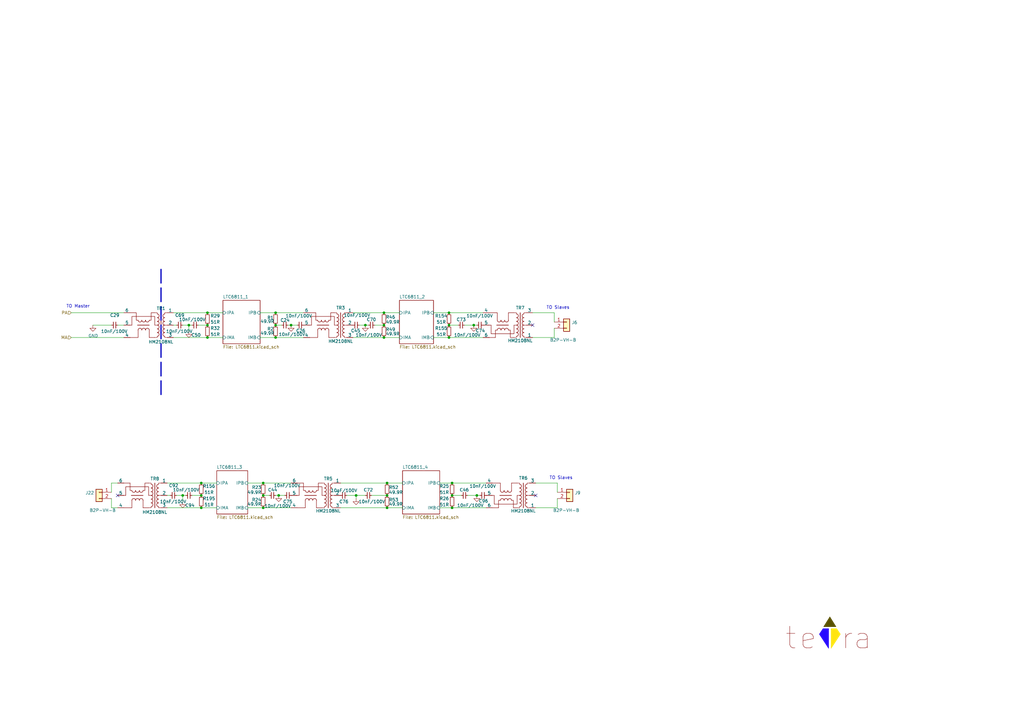
<source format=kicad_sch>
(kicad_sch
	(version 20231120)
	(generator "eeschema")
	(generator_version "8.0")
	(uuid "c41df499-68de-4aa0-9182-9e8acfd86439")
	(paper "A3")
	(lib_symbols
		(symbol "Library:C"
			(pin_numbers hide)
			(pin_names
				(offset 0.254)
			)
			(exclude_from_sim no)
			(in_bom yes)
			(on_board yes)
			(property "Reference" "C"
				(at 0.635 2.54 0)
				(effects
					(font
						(size 1.27 1.27)
					)
					(justify left)
				)
			)
			(property "Value" "C"
				(at 0.635 -2.54 0)
				(effects
					(font
						(size 1.27 1.27)
					)
					(justify left)
				)
			)
			(property "Footprint" ""
				(at 0.9652 -3.81 0)
				(effects
					(font
						(size 1.27 1.27)
					)
					(hide yes)
				)
			)
			(property "Datasheet" "~"
				(at 0 0 0)
				(effects
					(font
						(size 1.27 1.27)
					)
					(hide yes)
				)
			)
			(property "Description" "Unpolarized capacitor"
				(at 0 0 0)
				(effects
					(font
						(size 1.27 1.27)
					)
					(hide yes)
				)
			)
			(property "ki_keywords" "cap capacitor"
				(at 0 0 0)
				(effects
					(font
						(size 1.27 1.27)
					)
					(hide yes)
				)
			)
			(property "ki_fp_filters" "C_*"
				(at 0 0 0)
				(effects
					(font
						(size 1.27 1.27)
					)
					(hide yes)
				)
			)
			(symbol "C_1_1"
				(polyline
					(pts
						(xy -1.27 -0.508) (xy 1.27 -0.508)
					)
					(stroke
						(width 0.254)
						(type default)
					)
					(fill
						(type none)
					)
				)
				(polyline
					(pts
						(xy -1.27 0.508) (xy 1.27 0.508)
					)
					(stroke
						(width 0.254)
						(type default)
					)
					(fill
						(type none)
					)
				)
				(pin passive line
					(at 0 1.27 270)
					(length 0.762)
					(name "~"
						(effects
							(font
								(size 1.27 1.27)
							)
						)
					)
					(number "1"
						(effects
							(font
								(size 1.27 1.27)
							)
						)
					)
				)
				(pin passive line
					(at 0 -1.27 90)
					(length 0.762)
					(name "~"
						(effects
							(font
								(size 1.27 1.27)
							)
						)
					)
					(number "2"
						(effects
							(font
								(size 1.27 1.27)
							)
						)
					)
				)
			)
		)
		(symbol "Library:Conn_01x02"
			(pin_names
				(offset 1.016) hide)
			(exclude_from_sim no)
			(in_bom yes)
			(on_board yes)
			(property "Reference" "J"
				(at 0 2.54 0)
				(effects
					(font
						(size 1.27 1.27)
					)
				)
			)
			(property "Value" "Conn_01x02"
				(at 0 -5.08 0)
				(effects
					(font
						(size 1.27 1.27)
					)
				)
			)
			(property "Footprint" ""
				(at 0 0 0)
				(effects
					(font
						(size 1.27 1.27)
					)
					(hide yes)
				)
			)
			(property "Datasheet" "~"
				(at 0 0 0)
				(effects
					(font
						(size 1.27 1.27)
					)
					(hide yes)
				)
			)
			(property "Description" "Generic connector, single row, 01x02, script generated (kicad-library-utils/schlib/autogen/connector/)"
				(at 0 0 0)
				(effects
					(font
						(size 1.27 1.27)
					)
					(hide yes)
				)
			)
			(property "ki_keywords" "connector"
				(at 0 0 0)
				(effects
					(font
						(size 1.27 1.27)
					)
					(hide yes)
				)
			)
			(property "ki_fp_filters" "Connector*:*_1x??_*"
				(at 0 0 0)
				(effects
					(font
						(size 1.27 1.27)
					)
					(hide yes)
				)
			)
			(symbol "Conn_01x02_1_1"
				(rectangle
					(start -1.27 -2.413)
					(end 0 -2.667)
					(stroke
						(width 0.1524)
						(type default)
					)
					(fill
						(type none)
					)
				)
				(rectangle
					(start -1.27 0.127)
					(end 0 -0.127)
					(stroke
						(width 0.1524)
						(type default)
					)
					(fill
						(type none)
					)
				)
				(rectangle
					(start -1.27 1.27)
					(end 1.27 -3.81)
					(stroke
						(width 0.254)
						(type default)
					)
					(fill
						(type background)
					)
				)
				(pin passive line
					(at -5.08 0 0)
					(length 3.81)
					(name "Pin_1"
						(effects
							(font
								(size 1.27 1.27)
							)
						)
					)
					(number "1"
						(effects
							(font
								(size 1.27 1.27)
							)
						)
					)
				)
				(pin passive line
					(at -5.08 -2.54 0)
					(length 3.81)
					(name "Pin_2"
						(effects
							(font
								(size 1.27 1.27)
							)
						)
					)
					(number "2"
						(effects
							(font
								(size 1.27 1.27)
							)
						)
					)
				)
			)
		)
		(symbol "Library:GND"
			(power)
			(pin_names
				(offset 0)
			)
			(exclude_from_sim no)
			(in_bom yes)
			(on_board yes)
			(property "Reference" "#PWR"
				(at 0 -6.35 0)
				(effects
					(font
						(size 1.27 1.27)
					)
					(hide yes)
				)
			)
			(property "Value" "GND"
				(at 0 -3.81 0)
				(effects
					(font
						(size 1.27 1.27)
					)
				)
			)
			(property "Footprint" ""
				(at 0 0 0)
				(effects
					(font
						(size 1.27 1.27)
					)
					(hide yes)
				)
			)
			(property "Datasheet" ""
				(at 0 0 0)
				(effects
					(font
						(size 1.27 1.27)
					)
					(hide yes)
				)
			)
			(property "Description" "Power symbol creates a global label with name \"GND\" , ground"
				(at 0 0 0)
				(effects
					(font
						(size 1.27 1.27)
					)
					(hide yes)
				)
			)
			(property "ki_keywords" "global power"
				(at 0 0 0)
				(effects
					(font
						(size 1.27 1.27)
					)
					(hide yes)
				)
			)
			(symbol "GND_0_1"
				(polyline
					(pts
						(xy 0 0) (xy 0 -1.27) (xy 1.27 -1.27) (xy 0 -2.54) (xy -1.27 -1.27) (xy 0 -1.27)
					)
					(stroke
						(width 0)
						(type default)
					)
					(fill
						(type none)
					)
				)
			)
			(symbol "GND_1_1"
				(pin power_in line
					(at 0 0 270)
					(length 0) hide
					(name "GND"
						(effects
							(font
								(size 1.27 1.27)
							)
						)
					)
					(number "1"
						(effects
							(font
								(size 1.27 1.27)
							)
						)
					)
				)
			)
		)
		(symbol "Library:GND_PACK"
			(power)
			(pin_names
				(offset 0)
			)
			(exclude_from_sim no)
			(in_bom yes)
			(on_board yes)
			(property "Reference" "#PWR"
				(at 0 -6.35 0)
				(effects
					(font
						(size 1.27 1.27)
					)
					(hide yes)
				)
			)
			(property "Value" "GND_PACK"
				(at 0 -3.81 0)
				(effects
					(font
						(size 1.27 1.27)
					)
				)
			)
			(property "Footprint" ""
				(at 0 0 0)
				(effects
					(font
						(size 1.27 1.27)
					)
					(hide yes)
				)
			)
			(property "Datasheet" ""
				(at 0 0 0)
				(effects
					(font
						(size 1.27 1.27)
					)
					(hide yes)
				)
			)
			(property "Description" "Power symbol creates a global label with name \"GND_PACK\" , ground"
				(at 0 0 0)
				(effects
					(font
						(size 1.27 1.27)
					)
					(hide yes)
				)
			)
			(property "ki_keywords" "global power"
				(at 0 0 0)
				(effects
					(font
						(size 1.27 1.27)
					)
					(hide yes)
				)
			)
			(symbol "GND_PACK_0_1"
				(polyline
					(pts
						(xy 0 0) (xy 0 -1.27) (xy 1.27 -1.27) (xy 0 -2.54) (xy -1.27 -1.27) (xy 0 -1.27)
					)
					(stroke
						(width 0)
						(type default)
					)
					(fill
						(type none)
					)
				)
			)
			(symbol "GND_PACK_1_1"
				(pin power_in line
					(at 0 0 270)
					(length 0) hide
					(name "GND_PACK"
						(effects
							(font
								(size 1.27 1.27)
							)
						)
					)
					(number "1"
						(effects
							(font
								(size 1.27 1.27)
							)
						)
					)
				)
			)
		)
		(symbol "Library:HM2108NL"
			(pin_numbers hide)
			(pin_names
				(offset 0)
			)
			(exclude_from_sim no)
			(in_bom yes)
			(on_board yes)
			(property "Reference" "TR"
				(at 0 -13.97 0)
				(effects
					(font
						(size 1.27 1.27)
					)
				)
			)
			(property "Value" "HM2108NL"
				(at -5.08 6.35 0)
				(effects
					(font
						(size 1.27 1.27)
					)
				)
			)
			(property "Footprint" ""
				(at 1.27 -2.54 0)
				(effects
					(font
						(size 1.27 1.27)
					)
					(hide yes)
				)
			)
			(property "Datasheet" ""
				(at 1.27 -2.54 0)
				(effects
					(font
						(size 1.27 1.27)
					)
					(hide yes)
				)
			)
			(property "Description" ""
				(at 0 0 0)
				(effects
					(font
						(size 1.27 1.27)
					)
					(hide yes)
				)
			)
			(symbol "HM2108NL_1_1"
				(arc
					(start -9.398 0.762)
					(mid -8.636 0.0033)
					(end -7.874 0.762)
					(stroke
						(width 0.2032)
						(type solid)
					)
					(fill
						(type none)
					)
				)
				(arc
					(start -7.874 -3.302)
					(mid -8.636 -2.5433)
					(end -9.398 -3.302)
					(stroke
						(width 0.2032)
						(type solid)
					)
					(fill
						(type none)
					)
				)
				(arc
					(start -7.874 0.762)
					(mid -7.112 0.0033)
					(end -6.35 0.762)
					(stroke
						(width 0.2032)
						(type solid)
					)
					(fill
						(type none)
					)
				)
				(arc
					(start -6.35 -3.302)
					(mid -7.112 -2.5433)
					(end -7.874 -3.302)
					(stroke
						(width 0.2032)
						(type solid)
					)
					(fill
						(type none)
					)
				)
				(arc
					(start -6.35 0.762)
					(mid -5.588 0.0033)
					(end -4.826 0.762)
					(stroke
						(width 0.2032)
						(type solid)
					)
					(fill
						(type none)
					)
				)
				(arc
					(start -4.826 -3.302)
					(mid -5.588 -2.5433)
					(end -6.35 -3.302)
					(stroke
						(width 0.2032)
						(type solid)
					)
					(fill
						(type none)
					)
				)
				(arc
					(start -1.524 -5.842)
					(mid -0.7653 -5.08)
					(end -1.524 -4.318)
					(stroke
						(width 0.2032)
						(type solid)
					)
					(fill
						(type none)
					)
				)
				(arc
					(start -1.524 -4.318)
					(mid -0.7653 -3.556)
					(end -1.524 -2.794)
					(stroke
						(width 0.2032)
						(type solid)
					)
					(fill
						(type none)
					)
				)
				(arc
					(start -1.524 -2.794)
					(mid -0.7653 -2.032)
					(end -1.524 -1.27)
					(stroke
						(width 0.2032)
						(type solid)
					)
					(fill
						(type none)
					)
				)
				(arc
					(start -1.524 -1.27)
					(mid -0.7653 -0.508)
					(end -1.524 0.254)
					(stroke
						(width 0.2032)
						(type solid)
					)
					(fill
						(type none)
					)
				)
				(arc
					(start -1.524 0.254)
					(mid -0.7653 1.016)
					(end -1.524 1.778)
					(stroke
						(width 0.2032)
						(type solid)
					)
					(fill
						(type none)
					)
				)
				(arc
					(start -1.524 1.778)
					(mid -0.7653 2.54)
					(end -1.524 3.302)
					(stroke
						(width 0.2032)
						(type solid)
					)
					(fill
						(type none)
					)
				)
				(polyline
					(pts
						(xy -12.7 -1.27) (xy -11.938 -1.27)
					)
					(stroke
						(width 0.1778)
						(type solid)
					)
					(fill
						(type none)
					)
				)
				(polyline
					(pts
						(xy -10.16 -6.35) (xy -12.7 -6.35)
					)
					(stroke
						(width 0.1778)
						(type solid)
					)
					(fill
						(type none)
					)
				)
				(polyline
					(pts
						(xy -9.652 -1.27) (xy -4.826 -1.27)
					)
					(stroke
						(width 0.254)
						(type solid)
					)
					(fill
						(type none)
					)
				)
				(polyline
					(pts
						(xy -4.826 0.762) (xy -4.826 3.81)
					)
					(stroke
						(width 0.1778)
						(type solid)
					)
					(fill
						(type none)
					)
				)
				(polyline
					(pts
						(xy -4.826 3.81) (xy -2.54 3.81)
					)
					(stroke
						(width 0.1778)
						(type solid)
					)
					(fill
						(type none)
					)
				)
				(polyline
					(pts
						(xy 0 -6.35) (xy 0 3.81)
					)
					(stroke
						(width 0.254)
						(type solid)
					)
					(fill
						(type none)
					)
				)
				(polyline
					(pts
						(xy -12.7 3.81) (xy -9.398 3.81) (xy -9.398 0.762)
					)
					(stroke
						(width 0.1778)
						(type solid)
					)
					(fill
						(type none)
					)
				)
				(polyline
					(pts
						(xy -10.16 -6.35) (xy -10.16 -3.302) (xy -9.398 -3.302)
					)
					(stroke
						(width 0.1778)
						(type solid)
					)
					(fill
						(type none)
					)
				)
				(polyline
					(pts
						(xy -1.524 -1.27) (xy -2.54 -1.27) (xy -2.54 -1.27)
					)
					(stroke
						(width 0)
						(type solid)
					)
					(fill
						(type outline)
					)
				)
				(polyline
					(pts
						(xy 1.524 -1.27) (xy 2.54 -1.27) (xy 2.54 -1.27)
					)
					(stroke
						(width 0)
						(type solid)
					)
					(fill
						(type outline)
					)
				)
				(polyline
					(pts
						(xy -4.826 -3.302) (xy -4.064 -3.302) (xy -4.064 -6.35) (xy -2.54 -6.35)
					)
					(stroke
						(width 0.1778)
						(type solid)
					)
					(fill
						(type none)
					)
				)
				(polyline
					(pts
						(xy -2.54 -1.27) (xy -2.54 -4.826) (xy -11.938 -4.826) (xy -11.938 -1.27)
					)
					(stroke
						(width 0.1778)
						(type solid)
					)
					(fill
						(type none)
					)
				)
				(polyline
					(pts
						(xy -1.524 -5.842) (xy -1.524 -6.35) (xy -2.54 -6.35) (xy -2.54 -6.35)
					)
					(stroke
						(width 0)
						(type solid)
					)
					(fill
						(type none)
					)
				)
				(polyline
					(pts
						(xy -1.524 3.302) (xy -1.524 3.81) (xy -2.54 3.81) (xy -2.54 3.81)
					)
					(stroke
						(width 0)
						(type solid)
					)
					(fill
						(type none)
					)
				)
				(polyline
					(pts
						(xy 1.524 -5.842) (xy 1.524 -6.35) (xy 2.54 -6.35) (xy 2.54 -6.35)
					)
					(stroke
						(width 0)
						(type solid)
					)
					(fill
						(type none)
					)
				)
				(polyline
					(pts
						(xy 1.524 3.302) (xy 1.524 3.81) (xy 2.54 3.81) (xy 2.54 3.81)
					)
					(stroke
						(width 0)
						(type solid)
					)
					(fill
						(type none)
					)
				)
				(arc
					(start 1.524 -4.318)
					(mid 0.7653 -5.08)
					(end 1.524 -5.842)
					(stroke
						(width 0.2032)
						(type solid)
					)
					(fill
						(type none)
					)
				)
				(arc
					(start 1.524 -2.794)
					(mid 0.7653 -3.556)
					(end 1.524 -4.318)
					(stroke
						(width 0.2032)
						(type solid)
					)
					(fill
						(type none)
					)
				)
				(arc
					(start 1.524 -1.27)
					(mid 0.7653 -2.032)
					(end 1.524 -2.794)
					(stroke
						(width 0.2032)
						(type solid)
					)
					(fill
						(type none)
					)
				)
				(arc
					(start 1.524 0.254)
					(mid 0.7653 -0.508)
					(end 1.524 -1.27)
					(stroke
						(width 0.2032)
						(type solid)
					)
					(fill
						(type none)
					)
				)
				(arc
					(start 1.524 1.778)
					(mid 0.7653 1.016)
					(end 1.524 0.254)
					(stroke
						(width 0.2032)
						(type solid)
					)
					(fill
						(type none)
					)
				)
				(arc
					(start 1.524 3.302)
					(mid 0.7653 2.54)
					(end 1.524 1.778)
					(stroke
						(width 0.2032)
						(type solid)
					)
					(fill
						(type none)
					)
				)
				(pin passive line
					(at 5.08 -6.35 180)
					(length 2.54)
					(name "1"
						(effects
							(font
								(size 1.27 1.27)
							)
						)
					)
					(number "1"
						(effects
							(font
								(size 1.27 1.27)
							)
						)
					)
				)
				(pin passive line
					(at 5.08 -1.27 180)
					(length 2.54)
					(name "2"
						(effects
							(font
								(size 1.27 1.27)
							)
						)
					)
					(number "2"
						(effects
							(font
								(size 1.27 1.27)
							)
						)
					)
				)
				(pin passive line
					(at 5.08 3.81 180)
					(length 2.54)
					(name "3"
						(effects
							(font
								(size 1.27 1.27)
							)
						)
					)
					(number "3"
						(effects
							(font
								(size 1.27 1.27)
							)
						)
					)
				)
				(pin passive line
					(at -15.24 3.81 0)
					(length 2.54)
					(name "4"
						(effects
							(font
								(size 1.27 1.27)
							)
						)
					)
					(number "4"
						(effects
							(font
								(size 1.27 1.27)
							)
						)
					)
				)
				(pin passive line
					(at -15.24 -1.27 0)
					(length 2.54)
					(name "5"
						(effects
							(font
								(size 1.27 1.27)
							)
						)
					)
					(number "5"
						(effects
							(font
								(size 1.27 1.27)
							)
						)
					)
				)
				(pin passive line
					(at -15.24 -6.35 0)
					(length 2.54)
					(name "6"
						(effects
							(font
								(size 1.27 1.27)
							)
						)
					)
					(number "6"
						(effects
							(font
								(size 1.27 1.27)
							)
						)
					)
				)
			)
		)
		(symbol "Library:Logo_Tetra"
			(exclude_from_sim no)
			(in_bom yes)
			(on_board yes)
			(property "Reference" "U"
				(at -0.762 0 0)
				(effects
					(font
						(size 1.27 1.27)
					)
				)
			)
			(property "Value" ""
				(at -0.762 0 0)
				(effects
					(font
						(size 1.27 1.27)
					)
				)
			)
			(property "Footprint" ""
				(at -0.762 0 0)
				(effects
					(font
						(size 1.27 1.27)
					)
					(hide yes)
				)
			)
			(property "Datasheet" ""
				(at -0.762 0 0)
				(effects
					(font
						(size 1.27 1.27)
					)
					(hide yes)
				)
			)
			(property "Description" ""
				(at -0.762 0 0)
				(effects
					(font
						(size 1.27 1.27)
					)
					(hide yes)
				)
			)
			(symbol "Logo_Tetra_1_1"
				(polyline
					(pts
						(xy 0 7.366) (xy -2.54 3.302) (xy 2.54 3.302) (xy 0 7.366)
					)
					(stroke
						(width 0)
						(type default)
						(color 88 80 0 1)
					)
					(fill
						(type color)
						(color 88 80 0 1)
					)
				)
				(polyline
					(pts
						(xy -0.508 2.54) (xy -2.794 2.54) (xy -4.318 0.254) (xy -0.508 -5.588) (xy -0.508 2.54)
					)
					(stroke
						(width 0)
						(type default)
						(color 38 9 255 1)
					)
					(fill
						(type color)
						(color 38 9 255 1)
					)
				)
				(polyline
					(pts
						(xy 0.508 2.54) (xy 2.794 2.54) (xy 4.318 0.254) (xy 0.508 -5.588) (xy 0.508 2.54)
					)
					(stroke
						(width 0)
						(type default)
						(color 255 228 16 1)
					)
					(fill
						(type color)
						(color 255 228 16 1)
					)
				)
				(text "a"
					(at 13.462 -1.27 0)
					(effects
						(font
							(face "KiCad Font")
							(size 8.89 8.89)
						)
					)
				)
				(text "e"
					(at -8.89 -1.27 0)
					(effects
						(font
							(face "KiCad Font")
							(size 8.89 8.89)
						)
					)
				)
				(text "r"
					(at 7.112 -1.27 0)
					(effects
						(font
							(size 8.89 8.89)
						)
					)
				)
				(text "t"
					(at -16.002 -1.27 0)
					(effects
						(font
							(size 8.89 8.89)
						)
					)
				)
			)
		)
		(symbol "Library:R_Small"
			(pin_numbers hide)
			(pin_names
				(offset 0.254) hide)
			(exclude_from_sim no)
			(in_bom yes)
			(on_board yes)
			(property "Reference" "R"
				(at 0.762 0.508 0)
				(effects
					(font
						(size 1.27 1.27)
					)
					(justify left)
				)
			)
			(property "Value" "R_Small"
				(at 0.762 -1.016 0)
				(effects
					(font
						(size 1.27 1.27)
					)
					(justify left)
				)
			)
			(property "Footprint" ""
				(at 0 0 0)
				(effects
					(font
						(size 1.27 1.27)
					)
					(hide yes)
				)
			)
			(property "Datasheet" "~"
				(at 0 0 0)
				(effects
					(font
						(size 1.27 1.27)
					)
					(hide yes)
				)
			)
			(property "Description" "Resistor, small symbol"
				(at 0 0 0)
				(effects
					(font
						(size 1.27 1.27)
					)
					(hide yes)
				)
			)
			(property "ki_keywords" "R resistor"
				(at 0 0 0)
				(effects
					(font
						(size 1.27 1.27)
					)
					(hide yes)
				)
			)
			(property "ki_fp_filters" "R_*"
				(at 0 0 0)
				(effects
					(font
						(size 1.27 1.27)
					)
					(hide yes)
				)
			)
			(symbol "R_Small_0_1"
				(rectangle
					(start -0.762 1.778)
					(end 0.762 -1.778)
					(stroke
						(width 0.2032)
						(type default)
					)
					(fill
						(type none)
					)
				)
			)
			(symbol "R_Small_1_1"
				(pin passive line
					(at 0 2.54 270)
					(length 0.762)
					(name "~"
						(effects
							(font
								(size 1.27 1.27)
							)
						)
					)
					(number "1"
						(effects
							(font
								(size 1.27 1.27)
							)
						)
					)
				)
				(pin passive line
					(at 0 -2.54 90)
					(length 0.762)
					(name "~"
						(effects
							(font
								(size 1.27 1.27)
							)
						)
					)
					(number "2"
						(effects
							(font
								(size 1.27 1.27)
							)
						)
					)
				)
			)
		)
	)
	(junction
		(at 74.93 203.2)
		(diameter 0)
		(color 0 0 0 0)
		(uuid "05433dc6-97c3-4226-8702-168537c3ebb7")
	)
	(junction
		(at 158.75 203.2)
		(diameter 0)
		(color 0 0 0 0)
		(uuid "09e1b038-7073-43e2-82eb-70d87bec7467")
	)
	(junction
		(at 107.95 203.2)
		(diameter 0)
		(color 0 0 0 0)
		(uuid "0cfe0e80-63a6-49f1-9f3b-b748878a6c6f")
	)
	(junction
		(at 184.15 128.27)
		(diameter 0)
		(color 0 0 0 0)
		(uuid "17ae8e69-58f3-4859-818b-a12e63155f6a")
	)
	(junction
		(at 85.09 133.35)
		(diameter 0)
		(color 0 0 0 0)
		(uuid "1aa82eaf-40f5-472b-a381-cbc0172ac160")
	)
	(junction
		(at 157.48 133.35)
		(diameter 0)
		(color 0 0 0 0)
		(uuid "328115e1-1b51-49ee-9c68-84a891253d4f")
	)
	(junction
		(at 107.95 198.12)
		(diameter 0)
		(color 0 0 0 0)
		(uuid "3d6495b3-9931-41a3-b1fb-d66deafc467b")
	)
	(junction
		(at 194.31 133.35)
		(diameter 0)
		(color 0 0 0 0)
		(uuid "40faadf4-dc77-4a47-babe-f55c5e54255b")
	)
	(junction
		(at 185.42 198.12)
		(diameter 0)
		(color 0 0 0 0)
		(uuid "458562f4-f4f2-4000-a0a7-94d83d488d53")
	)
	(junction
		(at 82.55 198.12)
		(diameter 0)
		(color 0 0 0 0)
		(uuid "4862f3e9-2c2a-4358-a119-851659c7540e")
	)
	(junction
		(at 85.09 128.27)
		(diameter 0)
		(color 0 0 0 0)
		(uuid "4c70f886-f77e-48d0-aca0-33b250de242f")
	)
	(junction
		(at 158.75 208.28)
		(diameter 0)
		(color 0 0 0 0)
		(uuid "5f7b6331-3782-4221-8fba-7c9afd900c28")
	)
	(junction
		(at 184.15 138.43)
		(diameter 0)
		(color 0 0 0 0)
		(uuid "5ffd13d9-a52d-41d9-9618-5d07c55cd198")
	)
	(junction
		(at 77.47 133.35)
		(diameter 0)
		(color 0 0 0 0)
		(uuid "6460ab8f-2ce3-400a-b1fa-9a2fabe53ec1")
	)
	(junction
		(at 185.42 208.28)
		(diameter 0)
		(color 0 0 0 0)
		(uuid "65f0b069-6ea2-4523-863e-3d168303950f")
	)
	(junction
		(at 157.48 128.27)
		(diameter 0)
		(color 0 0 0 0)
		(uuid "6ae61f26-ab3b-4376-ae01-ecdab1406cf0")
	)
	(junction
		(at 107.95 208.28)
		(diameter 0)
		(color 0 0 0 0)
		(uuid "7b0dfd8e-34f8-4287-8ee8-11df43adde81")
	)
	(junction
		(at 184.15 133.35)
		(diameter 0)
		(color 0 0 0 0)
		(uuid "83a67c93-ede4-420d-a3f1-d79e48c38400")
	)
	(junction
		(at 157.48 138.43)
		(diameter 0)
		(color 0 0 0 0)
		(uuid "8dd27447-a24e-4f6c-bc8f-9a99e0bec5cd")
	)
	(junction
		(at 82.55 208.28)
		(diameter 0)
		(color 0 0 0 0)
		(uuid "8de46fa1-bdb2-47f4-9281-3ae8ba4d2356")
	)
	(junction
		(at 119.38 133.35)
		(diameter 0)
		(color 0 0 0 0)
		(uuid "91086ea8-d3e4-41a2-8b64-4e136224384c")
	)
	(junction
		(at 149.86 133.35)
		(diameter 0)
		(color 0 0 0 0)
		(uuid "950d1365-b806-46b5-8db0-f4148f75ebed")
	)
	(junction
		(at 85.09 138.43)
		(diameter 0)
		(color 0 0 0 0)
		(uuid "ad120fbc-49ea-4467-8f54-5b623c07e2f9")
	)
	(junction
		(at 113.03 128.27)
		(diameter 0)
		(color 0 0 0 0)
		(uuid "afd28608-f2e8-42f2-a3f4-cc5505cd674d")
	)
	(junction
		(at 113.03 138.43)
		(diameter 0)
		(color 0 0 0 0)
		(uuid "b7408174-56ae-4c77-8c90-f70a4eb4ede5")
	)
	(junction
		(at 114.3 203.2)
		(diameter 0)
		(color 0 0 0 0)
		(uuid "ba0971ef-29c3-4f70-8e2e-0ffb1383c89b")
	)
	(junction
		(at 185.42 203.2)
		(diameter 0)
		(color 0 0 0 0)
		(uuid "c08207cf-f954-4e27-a973-1b977ca1bb1d")
	)
	(junction
		(at 113.03 133.35)
		(diameter 0)
		(color 0 0 0 0)
		(uuid "ec776644-f3d5-43d0-9cb3-2ccaa552f378")
	)
	(junction
		(at 195.58 203.2)
		(diameter 0)
		(color 0 0 0 0)
		(uuid "eefb2876-01da-4dbb-9c66-a7a4d9d1420a")
	)
	(junction
		(at 158.75 198.12)
		(diameter 0)
		(color 0 0 0 0)
		(uuid "f3be1d14-5634-446e-9e86-86bc1b3992b7")
	)
	(junction
		(at 82.55 203.2)
		(diameter 0)
		(color 0 0 0 0)
		(uuid "f5e87761-a765-4b69-a67d-4b40b1e09ff5")
	)
	(junction
		(at 146.05 203.2)
		(diameter 0)
		(color 0 0 0 0)
		(uuid "fc0d60f1-8b9b-417b-9e95-f041eedc2ba9")
	)
	(no_connect
		(at 48.26 203.2)
		(uuid "2205a48d-9ae1-4106-8f35-e2ce8db6cba0")
	)
	(no_connect
		(at 219.71 203.2)
		(uuid "4e9126e3-433a-4a99-8887-9b04d89ab2f2")
	)
	(no_connect
		(at 218.44 133.35)
		(uuid "ff8b8287-a095-425a-b6a0-e872b7b098b2")
	)
	(wire
		(pts
			(xy 71.12 133.35) (xy 72.39 133.35)
		)
		(stroke
			(width 0)
			(type default)
		)
		(uuid "0515cb03-909f-4e21-b439-d4dfb1de9cf6")
	)
	(wire
		(pts
			(xy 74.93 203.2) (xy 76.2 203.2)
		)
		(stroke
			(width 0)
			(type default)
		)
		(uuid "08b15f07-c916-4fc8-a439-4edc0b990ac5")
	)
	(wire
		(pts
			(xy 142.24 203.2) (xy 146.05 203.2)
		)
		(stroke
			(width 0)
			(type default)
		)
		(uuid "0941cad5-4b47-4509-a698-dc088f050e81")
	)
	(wire
		(pts
			(xy 194.31 133.35) (xy 195.58 133.35)
		)
		(stroke
			(width 0)
			(type default)
		)
		(uuid "0cb03fcf-20bc-41c7-b1ae-7a036307df32")
	)
	(wire
		(pts
			(xy 107.95 198.12) (xy 119.38 198.12)
		)
		(stroke
			(width 0)
			(type default)
		)
		(uuid "0fe9c83d-0bd3-4599-9059-ba31bcecec13")
	)
	(wire
		(pts
			(xy 144.78 138.43) (xy 157.48 138.43)
		)
		(stroke
			(width 0)
			(type default)
		)
		(uuid "12c97bc9-476d-4d8a-81be-93f898bc9c94")
	)
	(wire
		(pts
			(xy 146.05 204.47) (xy 146.05 203.2)
		)
		(stroke
			(width 0)
			(type default)
		)
		(uuid "1470b3bb-dd1b-441f-afbf-28f6d9046ef5")
	)
	(wire
		(pts
			(xy 85.09 138.43) (xy 91.44 138.43)
		)
		(stroke
			(width 0)
			(type default)
		)
		(uuid "16321830-6cc9-47cf-971a-3da13f56502a")
	)
	(wire
		(pts
			(xy 139.7 198.12) (xy 158.75 198.12)
		)
		(stroke
			(width 0)
			(type default)
		)
		(uuid "1b0dbf3c-e2fa-41c7-a7a4-ca93779d390c")
	)
	(wire
		(pts
			(xy 152.4 203.2) (xy 158.75 203.2)
		)
		(stroke
			(width 0)
			(type default)
		)
		(uuid "1bb82422-02bd-48b0-9e0d-50cee1cc3bfe")
	)
	(wire
		(pts
			(xy 48.26 133.35) (xy 50.8 133.35)
		)
		(stroke
			(width 0)
			(type default)
		)
		(uuid "1f8fc6ec-2988-43a1-a909-965c6434f877")
	)
	(wire
		(pts
			(xy 119.38 133.35) (xy 121.92 133.35)
		)
		(stroke
			(width 0)
			(type default)
		)
		(uuid "2882c383-0362-4517-9d68-555a172b139f")
	)
	(wire
		(pts
			(xy 147.32 133.35) (xy 149.86 133.35)
		)
		(stroke
			(width 0)
			(type default)
		)
		(uuid "28ecab1c-dbb6-46cd-ab0c-2230b4821c41")
	)
	(wire
		(pts
			(xy 45.72 208.28) (xy 48.26 208.28)
		)
		(stroke
			(width 0)
			(type default)
		)
		(uuid "2f45bf76-12d9-4297-ab75-da8b4359e8e9")
	)
	(wire
		(pts
			(xy 71.12 128.27) (xy 85.09 128.27)
		)
		(stroke
			(width 0)
			(type default)
		)
		(uuid "318ea3de-267b-4261-a662-c7d393948544")
	)
	(wire
		(pts
			(xy 68.58 203.2) (xy 69.85 203.2)
		)
		(stroke
			(width 0)
			(type default)
		)
		(uuid "36fcded2-cbff-4abf-9079-1b2cdc1aa45f")
	)
	(wire
		(pts
			(xy 77.47 133.35) (xy 77.47 135.89)
		)
		(stroke
			(width 0)
			(type default)
		)
		(uuid "371a4f47-48b6-4fb4-94cf-b9f2a681cd45")
	)
	(wire
		(pts
			(xy 227.33 128.27) (xy 227.33 132.08)
		)
		(stroke
			(width 0)
			(type default)
		)
		(uuid "39859666-08e5-4a50-9f12-f4bcd1482ec8")
	)
	(wire
		(pts
			(xy 191.77 203.2) (xy 195.58 203.2)
		)
		(stroke
			(width 0)
			(type default)
		)
		(uuid "3ca90789-3d9f-471d-831c-38bdd24962d3")
	)
	(wire
		(pts
			(xy 107.95 203.2) (xy 110.49 203.2)
		)
		(stroke
			(width 0)
			(type default)
		)
		(uuid "3ef3549e-ab01-4acd-86a7-7e2afbb978ee")
	)
	(wire
		(pts
			(xy 184.15 133.35) (xy 187.96 133.35)
		)
		(stroke
			(width 0)
			(type default)
		)
		(uuid "4220b9ff-365d-42a6-8d64-583e20d05c08")
	)
	(wire
		(pts
			(xy 71.12 138.43) (xy 85.09 138.43)
		)
		(stroke
			(width 0)
			(type default)
		)
		(uuid "4389a8ad-188a-40fd-aae5-93f8ddff353f")
	)
	(wire
		(pts
			(xy 185.42 203.2) (xy 189.23 203.2)
		)
		(stroke
			(width 0)
			(type default)
		)
		(uuid "4690b794-f260-4858-945b-8fbb46c6d933")
	)
	(wire
		(pts
			(xy 101.6 198.12) (xy 107.95 198.12)
		)
		(stroke
			(width 0)
			(type default)
		)
		(uuid "46fe4826-04cb-4473-b3f2-71292ef59e0f")
	)
	(wire
		(pts
			(xy 113.03 203.2) (xy 114.3 203.2)
		)
		(stroke
			(width 0)
			(type default)
		)
		(uuid "4a268fd1-4f47-4946-8ca2-f0552194c93e")
	)
	(wire
		(pts
			(xy 177.8 128.27) (xy 184.15 128.27)
		)
		(stroke
			(width 0)
			(type default)
		)
		(uuid "4be926ef-050b-4035-b2a4-5051e967f0f7")
	)
	(wire
		(pts
			(xy 185.42 198.12) (xy 199.39 198.12)
		)
		(stroke
			(width 0)
			(type default)
		)
		(uuid "5194346c-abb2-4609-9ce5-f039223435e2")
	)
	(wire
		(pts
			(xy 180.34 208.28) (xy 185.42 208.28)
		)
		(stroke
			(width 0)
			(type default)
		)
		(uuid "52967050-7996-4201-b246-233e5ef57cca")
	)
	(wire
		(pts
			(xy 158.75 208.28) (xy 165.1 208.28)
		)
		(stroke
			(width 0)
			(type default)
		)
		(uuid "53c815d5-ed3e-4b8f-a05e-960fa1e10c0a")
	)
	(wire
		(pts
			(xy 29.21 138.43) (xy 50.8 138.43)
		)
		(stroke
			(width 0)
			(type default)
		)
		(uuid "5efd55df-76bb-4fa3-b27d-fb8b893773f9")
	)
	(wire
		(pts
			(xy 218.44 128.27) (xy 227.33 128.27)
		)
		(stroke
			(width 0)
			(type default)
		)
		(uuid "605270d0-a22d-43eb-8f80-271830728b2a")
	)
	(wire
		(pts
			(xy 180.34 198.12) (xy 185.42 198.12)
		)
		(stroke
			(width 0)
			(type default)
		)
		(uuid "64dfd240-c910-4517-b9df-d77d9ebf1fa0")
	)
	(wire
		(pts
			(xy 219.71 208.28) (xy 228.6 208.28)
		)
		(stroke
			(width 0)
			(type default)
		)
		(uuid "6ee1d74f-3575-4e5d-a0dd-553bed8b1a76")
	)
	(wire
		(pts
			(xy 101.6 208.28) (xy 107.95 208.28)
		)
		(stroke
			(width 0)
			(type default)
		)
		(uuid "6f07d1b0-2b58-4d38-81e2-0b75145952aa")
	)
	(wire
		(pts
			(xy 81.28 133.35) (xy 85.09 133.35)
		)
		(stroke
			(width 0)
			(type default)
		)
		(uuid "736e9efa-931b-4c80-958f-a5502fba3b76")
	)
	(wire
		(pts
			(xy 228.6 208.28) (xy 228.6 204.47)
		)
		(stroke
			(width 0)
			(type default)
		)
		(uuid "75342cfc-ce5d-492c-b0cb-cef3139cc243")
	)
	(wire
		(pts
			(xy 139.7 208.28) (xy 158.75 208.28)
		)
		(stroke
			(width 0)
			(type default)
		)
		(uuid "82e8aeda-1b90-4b98-96bb-66f05c21e036")
	)
	(wire
		(pts
			(xy 82.55 198.12) (xy 88.9 198.12)
		)
		(stroke
			(width 0)
			(type default)
		)
		(uuid "84ba0d5b-0eee-4d0b-9bbf-cce0e078c785")
	)
	(wire
		(pts
			(xy 82.55 208.28) (xy 88.9 208.28)
		)
		(stroke
			(width 0)
			(type default)
		)
		(uuid "859ce7d9-c58d-4785-bc8a-5cc2da53c927")
	)
	(wire
		(pts
			(xy 227.33 138.43) (xy 227.33 134.62)
		)
		(stroke
			(width 0)
			(type default)
		)
		(uuid "8c895afc-d998-410d-b98e-829d1faaa5c8")
	)
	(polyline
		(pts
			(xy 66.04 110.49) (xy 66.04 163.195)
		)
		(stroke
			(width 0.508)
			(type dash)
		)
		(uuid "8ea79524-4758-4a9c-bf6d-560bf69b3cab")
	)
	(wire
		(pts
			(xy 157.48 138.43) (xy 163.83 138.43)
		)
		(stroke
			(width 0)
			(type default)
		)
		(uuid "90fa303f-3668-451b-ba40-909c48ceb6dd")
	)
	(wire
		(pts
			(xy 113.03 128.27) (xy 124.46 128.27)
		)
		(stroke
			(width 0)
			(type default)
		)
		(uuid "929b260e-2429-48cb-91ba-21a6e8f0e903")
	)
	(wire
		(pts
			(xy 72.39 203.2) (xy 74.93 203.2)
		)
		(stroke
			(width 0)
			(type default)
		)
		(uuid "9739e9b0-50c5-42cf-ad39-28f9d5533c71")
	)
	(wire
		(pts
			(xy 228.6 198.12) (xy 228.6 201.93)
		)
		(stroke
			(width 0)
			(type default)
		)
		(uuid "99f8f67a-c427-4bbb-9370-c20de5edb07e")
	)
	(wire
		(pts
			(xy 45.72 204.47) (xy 45.72 208.28)
		)
		(stroke
			(width 0)
			(type default)
		)
		(uuid "a086d827-b866-49e4-8c0a-e5444b2c9951")
	)
	(wire
		(pts
			(xy 144.78 128.27) (xy 157.48 128.27)
		)
		(stroke
			(width 0)
			(type default)
		)
		(uuid "a0b1586b-b6d6-47b4-aa88-6d81543eb819")
	)
	(wire
		(pts
			(xy 157.48 128.27) (xy 163.83 128.27)
		)
		(stroke
			(width 0)
			(type default)
		)
		(uuid "a240eed0-e2d0-40b3-99c2-4eda939d0878")
	)
	(wire
		(pts
			(xy 38.1 133.35) (xy 45.72 133.35)
		)
		(stroke
			(width 0)
			(type default)
		)
		(uuid "a2d6a5aa-db69-4fec-8bc5-d0ba945e539a")
	)
	(wire
		(pts
			(xy 106.68 138.43) (xy 113.03 138.43)
		)
		(stroke
			(width 0)
			(type default)
		)
		(uuid "a4ce5d1b-7892-400d-a372-c3d6f2d5b949")
	)
	(wire
		(pts
			(xy 106.68 128.27) (xy 113.03 128.27)
		)
		(stroke
			(width 0)
			(type default)
		)
		(uuid "ab713703-fdb1-4c1f-b9b1-6a2e3e4048ca")
	)
	(wire
		(pts
			(xy 113.03 133.35) (xy 115.57 133.35)
		)
		(stroke
			(width 0)
			(type default)
		)
		(uuid "ab9b4c8c-1fd9-4433-b53c-2117d508af59")
	)
	(wire
		(pts
			(xy 185.42 208.28) (xy 199.39 208.28)
		)
		(stroke
			(width 0)
			(type default)
		)
		(uuid "ada6a35d-cadf-4ef4-9a63-17ca719e50df")
	)
	(wire
		(pts
			(xy 45.72 198.12) (xy 48.26 198.12)
		)
		(stroke
			(width 0)
			(type default)
		)
		(uuid "af1fe3c5-35df-42f6-8b7a-d67fe873f2aa")
	)
	(wire
		(pts
			(xy 113.03 138.43) (xy 124.46 138.43)
		)
		(stroke
			(width 0)
			(type default)
		)
		(uuid "b24dc63e-3641-42ab-8e61-2e758e7bbdaa")
	)
	(wire
		(pts
			(xy 74.93 203.2) (xy 74.93 205.74)
		)
		(stroke
			(width 0)
			(type default)
		)
		(uuid "b2bb71c5-9eac-4b4f-a889-38d5ed299ff7")
	)
	(wire
		(pts
			(xy 45.72 198.12) (xy 45.72 201.93)
		)
		(stroke
			(width 0)
			(type default)
		)
		(uuid "b349a235-80b3-45ce-bc6e-11a463404686")
	)
	(wire
		(pts
			(xy 77.47 133.35) (xy 78.74 133.35)
		)
		(stroke
			(width 0)
			(type default)
		)
		(uuid "b3bc7dc1-7c25-4c6f-8529-632e0f9cc9dd")
	)
	(wire
		(pts
			(xy 219.71 198.12) (xy 228.6 198.12)
		)
		(stroke
			(width 0)
			(type default)
		)
		(uuid "b4a8c125-c5ff-4be1-8758-32d4712ac70a")
	)
	(wire
		(pts
			(xy 195.58 203.2) (xy 196.85 203.2)
		)
		(stroke
			(width 0)
			(type default)
		)
		(uuid "b840abaf-4c8f-4d44-a063-21b115b1506e")
	)
	(wire
		(pts
			(xy 118.11 133.35) (xy 119.38 133.35)
		)
		(stroke
			(width 0)
			(type default)
		)
		(uuid "b9be9968-efe3-478c-9dc7-95e41a8e3d3f")
	)
	(wire
		(pts
			(xy 184.15 128.27) (xy 198.12 128.27)
		)
		(stroke
			(width 0)
			(type default)
		)
		(uuid "bae46b08-9937-4666-b2fd-9a2b59f2b59c")
	)
	(wire
		(pts
			(xy 177.8 138.43) (xy 184.15 138.43)
		)
		(stroke
			(width 0)
			(type default)
		)
		(uuid "c5cc9c48-dcc1-4686-8db9-349df05ef020")
	)
	(wire
		(pts
			(xy 146.05 203.2) (xy 149.86 203.2)
		)
		(stroke
			(width 0)
			(type default)
		)
		(uuid "c7489c2f-c6f6-4bc8-a632-7b641ca8c109")
	)
	(wire
		(pts
			(xy 114.3 203.2) (xy 116.84 203.2)
		)
		(stroke
			(width 0)
			(type default)
		)
		(uuid "c97e26bb-dc03-4f7b-a3ce-72da709300d7")
	)
	(wire
		(pts
			(xy 107.95 208.28) (xy 119.38 208.28)
		)
		(stroke
			(width 0)
			(type default)
		)
		(uuid "ca1f594e-6c9c-4f4c-8498-b9737253d810")
	)
	(wire
		(pts
			(xy 149.86 133.35) (xy 151.13 133.35)
		)
		(stroke
			(width 0)
			(type default)
		)
		(uuid "cb5efa69-a2d2-43be-b4e6-a0bceb0cf28d")
	)
	(wire
		(pts
			(xy 78.74 203.2) (xy 82.55 203.2)
		)
		(stroke
			(width 0)
			(type default)
		)
		(uuid "d66d55dd-4bf0-4b5c-8a87-c97e1f7bdfec")
	)
	(wire
		(pts
			(xy 153.67 133.35) (xy 157.48 133.35)
		)
		(stroke
			(width 0)
			(type default)
		)
		(uuid "d982ebdb-cc39-4fdd-bae4-b5e1eee22076")
	)
	(wire
		(pts
			(xy 218.44 138.43) (xy 227.33 138.43)
		)
		(stroke
			(width 0)
			(type default)
		)
		(uuid "dfaae3eb-a834-4b15-8e44-bed55169b9b3")
	)
	(wire
		(pts
			(xy 85.09 128.27) (xy 91.44 128.27)
		)
		(stroke
			(width 0)
			(type default)
		)
		(uuid "e5f71115-26e0-4534-b746-6f9168ebebce")
	)
	(wire
		(pts
			(xy 190.5 133.35) (xy 194.31 133.35)
		)
		(stroke
			(width 0)
			(type default)
		)
		(uuid "e6b1d7c6-6118-462f-a23d-c3b5a2b2bb89")
	)
	(wire
		(pts
			(xy 68.58 208.28) (xy 82.55 208.28)
		)
		(stroke
			(width 0)
			(type default)
		)
		(uuid "ea6f8b51-177f-4865-95cb-321a7c65000f")
	)
	(wire
		(pts
			(xy 74.93 133.35) (xy 77.47 133.35)
		)
		(stroke
			(width 0)
			(type default)
		)
		(uuid "eb53881c-c96f-4596-8c6d-1e6159f34398")
	)
	(wire
		(pts
			(xy 158.75 198.12) (xy 165.1 198.12)
		)
		(stroke
			(width 0)
			(type default)
		)
		(uuid "f0645e93-543a-43cc-be21-da0e3f359191")
	)
	(wire
		(pts
			(xy 68.58 198.12) (xy 82.55 198.12)
		)
		(stroke
			(width 0)
			(type default)
		)
		(uuid "f999d967-3fda-49b9-94c8-d3c794434376")
	)
	(wire
		(pts
			(xy 184.15 138.43) (xy 198.12 138.43)
		)
		(stroke
			(width 0)
			(type default)
		)
		(uuid "fb36532e-4942-49c9-ad64-ceae22a9e2c2")
	)
	(wire
		(pts
			(xy 29.21 128.27) (xy 50.8 128.27)
		)
		(stroke
			(width 0)
			(type default)
		)
		(uuid "fd5bb9b3-1d45-40b9-ba85-3be303a9056c")
	)
	(text "TO Slaves"
		(exclude_from_sim no)
		(at 228.854 126.238 0)
		(effects
			(font
				(size 1.27 1.27)
			)
		)
		(uuid "69e2a0a5-daf9-4df4-a3a2-8d9fadd4c978")
	)
	(text "TO Master"
		(exclude_from_sim no)
		(at 32.004 125.73 0)
		(effects
			(font
				(size 1.27 1.27)
			)
		)
		(uuid "8511b27d-a852-4513-ba63-a4f671833e67")
	)
	(text "TO Slaves"
		(exclude_from_sim no)
		(at 230.124 196.088 0)
		(effects
			(font
				(size 1.27 1.27)
			)
		)
		(uuid "bb924d7b-5bc6-46bc-af1f-92ef2f0be2d1")
	)
	(hierarchical_label "PA"
		(shape input)
		(at 29.21 128.27 180)
		(fields_autoplaced yes)
		(effects
			(font
				(size 1.27 1.27)
			)
			(justify right)
		)
		(uuid "c82b7509-138c-4767-a892-45527255cb11")
	)
	(hierarchical_label "MA"
		(shape input)
		(at 29.21 138.43 180)
		(fields_autoplaced yes)
		(effects
			(font
				(size 1.27 1.27)
			)
			(justify right)
		)
		(uuid "f3cd2bfb-272d-4de1-ba7d-bc47d53d1782")
	)
	(symbol
		(lib_id "Library:C")
		(at 152.4 133.35 270)
		(mirror x)
		(unit 1)
		(exclude_from_sim no)
		(in_bom yes)
		(on_board yes)
		(dnp no)
		(uuid "01172e7e-4ef7-418d-b07c-9e31635c6070")
		(property "Reference" "C70"
			(at 150.368 131.064 90)
			(effects
				(font
					(size 1.27 1.27)
				)
				(justify left)
			)
		)
		(property "Value" "10nF/100V"
			(at 145.796 137.414 90)
			(effects
				(font
					(size 1.27 1.27)
				)
				(justify left)
			)
		)
		(property "Footprint" "Capacitor_SMD:C_0603_1608Metric"
			(at 148.59 132.3848 0)
			(effects
				(font
					(size 1.27 1.27)
				)
				(hide yes)
			)
		)
		(property "Datasheet" "https://content.kemet.com/datasheets/KEM_X7R_FT_VW_AUDI.pdf"
			(at 152.4 133.35 0)
			(effects
				(font
					(size 1.27 1.27)
				)
				(hide yes)
			)
		)
		(property "Description" "10000 pF ±10% 100V Ceramic Capacitor X7R 0603 (1608 Metric)"
			(at 152.4 133.35 0)
			(effects
				(font
					(size 1.27 1.27)
				)
				(hide yes)
			)
		)
		(property "MPN" "C0603X103K1RAC3316"
			(at 152.4 133.35 0)
			(effects
				(font
					(size 1.27 1.27)
				)
				(hide yes)
			)
		)
		(property "Link" "https://www.digikey.jp/en/products/detail/kemet/C0603X103K1RAC3316/10315782"
			(at 152.4 133.35 0)
			(effects
				(font
					(size 1.27 1.27)
				)
				(hide yes)
			)
		)
		(pin "1"
			(uuid "0331f375-26fb-4c12-8f67-808b5efb4e21")
		)
		(pin "2"
			(uuid "6b7da889-1a12-4ecb-94c4-ff9de0958aa9")
		)
		(instances
			(project "LTC6811_ESP32_V3"
				(path "/6a86ff6f-b159-4c4c-8a40-e732cc82e010/6b51f869-3fd5-42f9-b3ca-66a1d105433e"
					(reference "C70")
					(unit 1)
				)
			)
		)
	)
	(symbol
		(lib_id "Library:R_Small")
		(at 85.09 135.89 180)
		(unit 1)
		(exclude_from_sim no)
		(in_bom yes)
		(on_board yes)
		(dnp no)
		(uuid "03b7e943-5764-4976-acc5-f4348bb8184b")
		(property "Reference" "R32"
			(at 88.265 134.62 0)
			(effects
				(font
					(size 1.27 1.27)
				)
			)
		)
		(property "Value" "51R"
			(at 88.265 137.16 0)
			(effects
				(font
					(size 1.27 1.27)
				)
			)
		)
		(property "Footprint" "Resistor_SMD:R_0603_1608Metric"
			(at 86.868 135.89 90)
			(effects
				(font
					(size 1.27 1.27)
				)
				(hide yes)
			)
		)
		(property "Datasheet" "https://www.yageo.com/upload/media/product/productsearch/datasheet/rchip/PYu-RC_Group_51_RoHS_L_12.pdf"
			(at 85.09 135.89 0)
			(effects
				(font
					(size 1.27 1.27)
				)
				(hide yes)
			)
		)
		(property "Description" "51 Ohms ±5% 0.1W, 1/10W Chip Resistor 0603 (1608 Metric) Moisture Resistant Thick Film"
			(at 85.09 135.89 0)
			(effects
				(font
					(size 1.27 1.27)
				)
				(hide yes)
			)
		)
		(property "MPN" "RC0603JR-0751RL"
			(at 85.09 135.89 0)
			(effects
				(font
					(size 1.27 1.27)
				)
				(hide yes)
			)
		)
		(property "Link" "https://www.digikey.jp/en/products/detail/yageo/RC0603JR-0751RL/726803?s=N4IgTCBcDaIEoGEAMA2JBmAUnAtEg7AKwCMcAMiALoC%2BQA"
			(at 85.09 135.89 0)
			(effects
				(font
					(size 1.27 1.27)
				)
				(hide yes)
			)
		)
		(pin "1"
			(uuid "fcb157cf-abf1-47c8-bc56-fb5fe329a29c")
		)
		(pin "2"
			(uuid "ceae048b-6282-415e-9d66-28b7ba3cadfd")
		)
		(instances
			(project "LTC6811_ESP32_V5"
				(path "/6a86ff6f-b159-4c4c-8a40-e732cc82e010/6b51f869-3fd5-42f9-b3ca-66a1d105433e"
					(reference "R32")
					(unit 1)
				)
			)
		)
	)
	(symbol
		(lib_id "Library:HM2108NL")
		(at 66.04 134.62 0)
		(mirror x)
		(unit 1)
		(exclude_from_sim no)
		(in_bom yes)
		(on_board yes)
		(dnp no)
		(uuid "063650ad-299a-46bb-a808-27f115a0cad0")
		(property "Reference" "TR1"
			(at 66.04 126.492 0)
			(effects
				(font
					(size 1.27 1.27)
				)
			)
		)
		(property "Value" "HM2108NL"
			(at 66.04 140.208 0)
			(effects
				(font
					(size 1.27 1.27)
				)
			)
		)
		(property "Footprint" "Transformer_SMD:HM2108NL"
			(at 67.31 132.08 0)
			(effects
				(font
					(size 1.27 1.27)
				)
				(hide yes)
			)
		)
		(property "Datasheet" "https://productfinder.pulseelectronics.com/api/open/part-attachments/datasheet/HM2108NL"
			(at 67.31 132.08 0)
			(effects
				(font
					(size 1.27 1.27)
				)
				(hide yes)
			)
		)
		(property "Description" "135µH Pulse Transformer Surface Mount"
			(at 66.04 134.62 0)
			(effects
				(font
					(size 1.27 1.27)
				)
				(hide yes)
			)
		)
		(property "MPN" "HM2108NL"
			(at 66.04 134.62 0)
			(effects
				(font
					(size 1.27 1.27)
				)
				(hide yes)
			)
		)
		(property "Link" "https://www.digikey.jp/en/products/detail/pulse-electronics/HM2108NL/7914611"
			(at 66.04 134.62 0)
			(effects
				(font
					(size 1.27 1.27)
				)
				(hide yes)
			)
		)
		(pin "1"
			(uuid "c726da3d-e678-4248-8248-db2c9949c5e0")
		)
		(pin "2"
			(uuid "64a2c6e0-f1d1-46d4-912e-e17aac448a16")
		)
		(pin "3"
			(uuid "6620f822-04fe-47bd-b178-35490dcc885c")
		)
		(pin "4"
			(uuid "a55cc958-1140-4e46-bf2c-eba5a9fea36c")
		)
		(pin "5"
			(uuid "3a016897-3425-4e67-b895-6b141e8fbebb")
		)
		(pin "6"
			(uuid "70f5e197-a87c-41c0-a15d-77698544a376")
		)
		(instances
			(project "LTC6811_ESP32_V3"
				(path "/6a86ff6f-b159-4c4c-8a40-e732cc82e010/6b51f869-3fd5-42f9-b3ca-66a1d105433e"
					(reference "TR1")
					(unit 1)
				)
			)
		)
	)
	(symbol
		(lib_id "Library:C")
		(at 190.5 203.2 270)
		(mirror x)
		(unit 1)
		(exclude_from_sim no)
		(in_bom yes)
		(on_board yes)
		(dnp no)
		(uuid "070ab488-8114-4fb3-915b-7f86e1e27cf8")
		(property "Reference" "C46"
			(at 188.468 200.914 90)
			(effects
				(font
					(size 1.27 1.27)
				)
				(justify left)
			)
		)
		(property "Value" "10nF/100V"
			(at 187.452 207.264 90)
			(effects
				(font
					(size 1.27 1.27)
				)
				(justify left)
			)
		)
		(property "Footprint" "Capacitor_SMD:C_0603_1608Metric"
			(at 186.69 202.2348 0)
			(effects
				(font
					(size 1.27 1.27)
				)
				(hide yes)
			)
		)
		(property "Datasheet" "https://content.kemet.com/datasheets/KEM_X7R_FT_VW_AUDI.pdf"
			(at 190.5 203.2 0)
			(effects
				(font
					(size 1.27 1.27)
				)
				(hide yes)
			)
		)
		(property "Description" "10000 pF ±10% 100V Ceramic Capacitor X7R 0603 (1608 Metric)"
			(at 190.5 203.2 0)
			(effects
				(font
					(size 1.27 1.27)
				)
				(hide yes)
			)
		)
		(property "MPN" "C0603X103K1RAC3316"
			(at 190.5 203.2 0)
			(effects
				(font
					(size 1.27 1.27)
				)
				(hide yes)
			)
		)
		(property "Link" "https://www.digikey.jp/en/products/detail/kemet/C0603X103K1RAC3316/10315782"
			(at 190.5 203.2 0)
			(effects
				(font
					(size 1.27 1.27)
				)
				(hide yes)
			)
		)
		(pin "1"
			(uuid "3922158f-2fe2-49c8-aae4-f08a90dff737")
		)
		(pin "2"
			(uuid "64adcc8e-154d-4a6e-b77a-e9d010774fd9")
		)
		(instances
			(project "LTC6811_ESP32_V3"
				(path "/6a86ff6f-b159-4c4c-8a40-e732cc82e010/6b51f869-3fd5-42f9-b3ca-66a1d105433e"
					(reference "C46")
					(unit 1)
				)
			)
		)
	)
	(symbol
		(lib_id "Library:GND_PACK")
		(at 146.05 204.47 0)
		(mirror y)
		(unit 1)
		(exclude_from_sim no)
		(in_bom yes)
		(on_board yes)
		(dnp no)
		(uuid "0bb58fa3-ea42-4fd1-9af0-ba9a8de58a63")
		(property "Reference" "#PWR016"
			(at 146.05 210.82 0)
			(effects
				(font
					(size 1.27 1.27)
				)
				(hide yes)
			)
		)
		(property "Value" "GND_PACK"
			(at 145.415 207.645 0)
			(effects
				(font
					(size 1.27 1.27)
				)
				(hide yes)
			)
		)
		(property "Footprint" ""
			(at 146.05 204.47 0)
			(effects
				(font
					(size 1.27 1.27)
				)
				(hide yes)
			)
		)
		(property "Datasheet" ""
			(at 146.05 204.47 0)
			(effects
				(font
					(size 1.27 1.27)
				)
				(hide yes)
			)
		)
		(property "Description" ""
			(at 146.05 204.47 0)
			(effects
				(font
					(size 1.27 1.27)
				)
				(hide yes)
			)
		)
		(pin "1"
			(uuid "2f61b16a-1c74-4905-81dc-841e49b0a6d9")
		)
		(instances
			(project "LTC6811_ESP32_V2"
				(path "/6a86ff6f-b159-4c4c-8a40-e732cc82e010/6b51f869-3fd5-42f9-b3ca-66a1d105433e"
					(reference "#PWR016")
					(unit 1)
				)
			)
		)
	)
	(symbol
		(lib_id "Library:HM2108NL")
		(at 134.62 204.47 0)
		(mirror x)
		(unit 1)
		(exclude_from_sim no)
		(in_bom yes)
		(on_board yes)
		(dnp no)
		(uuid "0d08a5ee-baca-48c7-834f-aae31ede8f8b")
		(property "Reference" "TR5"
			(at 134.62 196.342 0)
			(effects
				(font
					(size 1.27 1.27)
				)
			)
		)
		(property "Value" "HM2108NL"
			(at 134.62 209.55 0)
			(effects
				(font
					(size 1.27 1.27)
				)
			)
		)
		(property "Footprint" "Transformer_SMD:HM2108NL"
			(at 135.89 201.93 0)
			(effects
				(font
					(size 1.27 1.27)
				)
				(hide yes)
			)
		)
		(property "Datasheet" "https://productfinder.pulseelectronics.com/api/open/part-attachments/datasheet/HM2108NL"
			(at 135.89 201.93 0)
			(effects
				(font
					(size 1.27 1.27)
				)
				(hide yes)
			)
		)
		(property "Description" "135µH Pulse Transformer Surface Mount"
			(at 134.62 204.47 0)
			(effects
				(font
					(size 1.27 1.27)
				)
				(hide yes)
			)
		)
		(property "MPN" "HM2108NL"
			(at 134.62 204.47 0)
			(effects
				(font
					(size 1.27 1.27)
				)
				(hide yes)
			)
		)
		(property "Link" "https://www.digikey.jp/en/products/detail/pulse-electronics/HM2108NL/7914611"
			(at 134.62 204.47 0)
			(effects
				(font
					(size 1.27 1.27)
				)
				(hide yes)
			)
		)
		(pin "1"
			(uuid "62284f82-7733-4d85-aada-26b5cef6b129")
		)
		(pin "2"
			(uuid "235d7777-2065-494c-8cb1-3410bf4a64f9")
		)
		(pin "3"
			(uuid "82c37073-6a99-40ca-a4f2-d92ec58586eb")
		)
		(pin "4"
			(uuid "51292a2e-d4fd-4780-8510-bfc8bf7444a3")
		)
		(pin "5"
			(uuid "dfb04a26-7fc2-4112-9673-cc6097a33c28")
		)
		(pin "6"
			(uuid "8a643b84-b71b-4753-a830-462620e4ef32")
		)
		(instances
			(project "LTC6811_ESP32_V2"
				(path "/6a86ff6f-b159-4c4c-8a40-e732cc82e010/6b51f869-3fd5-42f9-b3ca-66a1d105433e"
					(reference "TR5")
					(unit 1)
				)
			)
		)
	)
	(symbol
		(lib_id "Library:C")
		(at 111.76 203.2 90)
		(unit 1)
		(exclude_from_sim no)
		(in_bom yes)
		(on_board yes)
		(dnp no)
		(uuid "0e3113b3-2b2b-49c4-8991-f2284055b802")
		(property "Reference" "C44"
			(at 113.792 200.914 90)
			(effects
				(font
					(size 1.27 1.27)
				)
				(justify left)
			)
		)
		(property "Value" "10nF/100V"
			(at 119.38 207.518 90)
			(effects
				(font
					(size 1.27 1.27)
				)
				(justify left)
			)
		)
		(property "Footprint" "Capacitor_SMD:C_0603_1608Metric"
			(at 115.57 202.2348 0)
			(effects
				(font
					(size 1.27 1.27)
				)
				(hide yes)
			)
		)
		(property "Datasheet" "https://content.kemet.com/datasheets/KEM_X7R_FT_VW_AUDI.pdf"
			(at 111.76 203.2 0)
			(effects
				(font
					(size 1.27 1.27)
				)
				(hide yes)
			)
		)
		(property "Description" "10000 pF ±10% 100V Ceramic Capacitor X7R 0603 (1608 Metric)"
			(at 111.76 203.2 0)
			(effects
				(font
					(size 1.27 1.27)
				)
				(hide yes)
			)
		)
		(property "MPN" "C0603X103K1RAC3316"
			(at 111.76 203.2 0)
			(effects
				(font
					(size 1.27 1.27)
				)
				(hide yes)
			)
		)
		(property "Link" "https://www.digikey.jp/en/products/detail/kemet/C0603X103K1RAC3316/10315782"
			(at 111.76 203.2 0)
			(effects
				(font
					(size 1.27 1.27)
				)
				(hide yes)
			)
		)
		(pin "1"
			(uuid "b63fc746-a358-45ad-adaf-1c0401b5d79e")
		)
		(pin "2"
			(uuid "36051c71-1fac-42aa-9566-a8e34a892507")
		)
		(instances
			(project "LTC6811_ESP32_V3"
				(path "/6a86ff6f-b159-4c4c-8a40-e732cc82e010/6b51f869-3fd5-42f9-b3ca-66a1d105433e"
					(reference "C44")
					(unit 1)
				)
			)
		)
	)
	(symbol
		(lib_id "Library:R_Small")
		(at 157.48 135.89 0)
		(mirror x)
		(unit 1)
		(exclude_from_sim no)
		(in_bom yes)
		(on_board yes)
		(dnp no)
		(uuid "12b5112c-49a3-40a0-a90c-af4da7d2b212")
		(property "Reference" "R49"
			(at 158.242 135.128 0)
			(effects
				(font
					(size 1.27 1.27)
				)
				(justify left)
			)
		)
		(property "Value" "49.9R"
			(at 158.242 136.906 0)
			(effects
				(font
					(size 1.27 1.27)
				)
				(justify left)
			)
		)
		(property "Footprint" "Resistor_SMD:R_0603_1608Metric"
			(at 157.48 135.89 0)
			(effects
				(font
					(size 1.27 1.27)
				)
				(hide yes)
			)
		)
		(property "Datasheet" "https://industrial.panasonic.com/cdbs/www-data/pdf/RDA0000/AOA0000C304.pdf"
			(at 157.48 135.89 0)
			(effects
				(font
					(size 1.27 1.27)
				)
				(hide yes)
			)
		)
		(property "Description" "49.9 Ohms ±1% 0.1W, 1/10W Chip Resistor 0603 (1608 Metric) Automotive AEC-Q200 Thick Film"
			(at 157.48 135.89 0)
			(effects
				(font
					(size 1.27 1.27)
				)
				(hide yes)
			)
		)
		(property "Link" "https://www.digikey.jp/en/products/detail/panasonic-electronic-components/ERJ-3EKF49R9V/196378"
			(at 157.48 135.89 0)
			(effects
				(font
					(size 1.27 1.27)
				)
				(hide yes)
			)
		)
		(property "MPN" "ERJ-3EKF49R9V"
			(at 157.48 135.89 0)
			(effects
				(font
					(size 1.27 1.27)
				)
				(hide yes)
			)
		)
		(pin "1"
			(uuid "95d0893e-0ca3-4984-8c22-cd882deb9d81")
		)
		(pin "2"
			(uuid "6a319fe1-78bd-4870-b4f8-efbd64b86631")
		)
		(instances
			(project "LTC6811_ESP32_V3"
				(path "/6a86ff6f-b159-4c4c-8a40-e732cc82e010/6b51f869-3fd5-42f9-b3ca-66a1d105433e"
					(reference "R49")
					(unit 1)
				)
			)
		)
	)
	(symbol
		(lib_id "Library:C")
		(at 196.85 133.35 270)
		(unit 1)
		(exclude_from_sim no)
		(in_bom yes)
		(on_board yes)
		(dnp no)
		(uuid "13b4933f-71e7-4fdd-b6ab-635ee1ba6d27")
		(property "Reference" "C74"
			(at 195.072 135.636 90)
			(effects
				(font
					(size 1.27 1.27)
				)
				(justify left)
			)
		)
		(property "Value" "10nF/100V"
			(at 191.262 129.54 90)
			(effects
				(font
					(size 1.27 1.27)
				)
				(justify left)
			)
		)
		(property "Footprint" "Capacitor_SMD:C_0603_1608Metric"
			(at 193.04 134.3152 0)
			(effects
				(font
					(size 1.27 1.27)
				)
				(hide yes)
			)
		)
		(property "Datasheet" "https://content.kemet.com/datasheets/KEM_X7R_FT_VW_AUDI.pdf"
			(at 196.85 133.35 0)
			(effects
				(font
					(size 1.27 1.27)
				)
				(hide yes)
			)
		)
		(property "Description" "10000 pF ±10% 100V Ceramic Capacitor X7R 0603 (1608 Metric)"
			(at 196.85 133.35 0)
			(effects
				(font
					(size 1.27 1.27)
				)
				(hide yes)
			)
		)
		(property "MPN" "C0603X103K1RAC3316"
			(at 196.85 133.35 0)
			(effects
				(font
					(size 1.27 1.27)
				)
				(hide yes)
			)
		)
		(property "Link" "https://www.digikey.jp/en/products/detail/kemet/C0603X103K1RAC3316/10315782"
			(at 196.85 133.35 0)
			(effects
				(font
					(size 1.27 1.27)
				)
				(hide yes)
			)
		)
		(pin "1"
			(uuid "69ed10c8-9bea-44af-ac76-19f7249d889d")
		)
		(pin "2"
			(uuid "7ddf8fbf-b593-4bdf-a8dd-5e06818c9656")
		)
		(instances
			(project "LTC6811_ESP32_V5"
				(path "/6a86ff6f-b159-4c4c-8a40-e732cc82e010/6b51f869-3fd5-42f9-b3ca-66a1d105433e"
					(reference "C74")
					(unit 1)
				)
			)
		)
	)
	(symbol
		(lib_id "Library:C")
		(at 198.12 203.2 270)
		(unit 1)
		(exclude_from_sim no)
		(in_bom yes)
		(on_board yes)
		(dnp no)
		(uuid "17b9a985-3d31-414f-8cde-976f57fc18a4")
		(property "Reference" "C96"
			(at 196.342 205.486 90)
			(effects
				(font
					(size 1.27 1.27)
				)
				(justify left)
			)
		)
		(property "Value" "10nF/100V"
			(at 192.532 199.39 90)
			(effects
				(font
					(size 1.27 1.27)
				)
				(justify left)
			)
		)
		(property "Footprint" "Capacitor_SMD:C_0603_1608Metric"
			(at 194.31 204.1652 0)
			(effects
				(font
					(size 1.27 1.27)
				)
				(hide yes)
			)
		)
		(property "Datasheet" "https://content.kemet.com/datasheets/KEM_X7R_FT_VW_AUDI.pdf"
			(at 198.12 203.2 0)
			(effects
				(font
					(size 1.27 1.27)
				)
				(hide yes)
			)
		)
		(property "Description" "10000 pF ±10% 100V Ceramic Capacitor X7R 0603 (1608 Metric)"
			(at 198.12 203.2 0)
			(effects
				(font
					(size 1.27 1.27)
				)
				(hide yes)
			)
		)
		(property "MPN" "C0603X103K1RAC3316"
			(at 198.12 203.2 0)
			(effects
				(font
					(size 1.27 1.27)
				)
				(hide yes)
			)
		)
		(property "Link" "https://www.digikey.jp/en/products/detail/kemet/C0603X103K1RAC3316/10315782"
			(at 198.12 203.2 0)
			(effects
				(font
					(size 1.27 1.27)
				)
				(hide yes)
			)
		)
		(pin "1"
			(uuid "6d9697e1-35bd-4025-b76b-515ae1efe71f")
		)
		(pin "2"
			(uuid "e2ccc0c4-90c2-4f0e-80e5-8b6c778d8193")
		)
		(instances
			(project "LTC6811_ESP32_V2"
				(path "/6a86ff6f-b159-4c4c-8a40-e732cc82e010/6b51f869-3fd5-42f9-b3ca-66a1d105433e"
					(reference "C96")
					(unit 1)
				)
			)
		)
	)
	(symbol
		(lib_id "Library:GND")
		(at 38.1 133.35 0)
		(unit 1)
		(exclude_from_sim no)
		(in_bom yes)
		(on_board yes)
		(dnp no)
		(uuid "1a0a3ed7-c307-4f25-b0fa-3a29338e3e33")
		(property "Reference" "#PWR049"
			(at 38.1 139.7 0)
			(effects
				(font
					(size 1.27 1.27)
				)
				(hide yes)
			)
		)
		(property "Value" "GND"
			(at 38.227 137.7442 0)
			(effects
				(font
					(size 1.27 1.27)
				)
			)
		)
		(property "Footprint" ""
			(at 38.1 133.35 0)
			(effects
				(font
					(size 1.27 1.27)
				)
				(hide yes)
			)
		)
		(property "Datasheet" ""
			(at 38.1 133.35 0)
			(effects
				(font
					(size 1.27 1.27)
				)
				(hide yes)
			)
		)
		(property "Description" ""
			(at 38.1 133.35 0)
			(effects
				(font
					(size 1.27 1.27)
				)
				(hide yes)
			)
		)
		(pin "1"
			(uuid "b359e080-a333-451f-bb83-9045a4e678ed")
		)
		(instances
			(project "LTC6811_ESP32_V5"
				(path "/6a86ff6f-b159-4c4c-8a40-e732cc82e010/6b51f869-3fd5-42f9-b3ca-66a1d105433e"
					(reference "#PWR049")
					(unit 1)
				)
			)
		)
	)
	(symbol
		(lib_id "Library:GND_PACK")
		(at 195.58 203.2 0)
		(unit 1)
		(exclude_from_sim no)
		(in_bom yes)
		(on_board yes)
		(dnp no)
		(uuid "1b5b6233-1603-418a-80ed-5bf03c89e8d6")
		(property "Reference" "#PWR022"
			(at 195.58 209.55 0)
			(effects
				(font
					(size 1.27 1.27)
				)
				(hide yes)
			)
		)
		(property "Value" "GND_PACK"
			(at 196.215 206.375 0)
			(effects
				(font
					(size 1.27 1.27)
				)
				(hide yes)
			)
		)
		(property "Footprint" ""
			(at 195.58 203.2 0)
			(effects
				(font
					(size 1.27 1.27)
				)
				(hide yes)
			)
		)
		(property "Datasheet" ""
			(at 195.58 203.2 0)
			(effects
				(font
					(size 1.27 1.27)
				)
				(hide yes)
			)
		)
		(property "Description" ""
			(at 195.58 203.2 0)
			(effects
				(font
					(size 1.27 1.27)
				)
				(hide yes)
			)
		)
		(pin "1"
			(uuid "f7917bad-0ca0-4924-b12b-bf65162d3fca")
		)
		(instances
			(project "LTC6811_ESP32_V2"
				(path "/6a86ff6f-b159-4c4c-8a40-e732cc82e010/6b51f869-3fd5-42f9-b3ca-66a1d105433e"
					(reference "#PWR022")
					(unit 1)
				)
			)
		)
	)
	(symbol
		(lib_id "Library:HM2108NL")
		(at 214.63 201.93 0)
		(unit 1)
		(exclude_from_sim no)
		(in_bom yes)
		(on_board yes)
		(dnp no)
		(uuid "2186357b-f0bb-4889-a84e-86ba6b6c1edd")
		(property "Reference" "TR6"
			(at 214.63 196.088 0)
			(effects
				(font
					(size 1.27 1.27)
				)
			)
		)
		(property "Value" "HM2108NL"
			(at 214.63 209.55 0)
			(effects
				(font
					(size 1.27 1.27)
				)
			)
		)
		(property "Footprint" "Transformer_SMD:HM2108NL"
			(at 215.9 204.47 0)
			(effects
				(font
					(size 1.27 1.27)
				)
				(hide yes)
			)
		)
		(property "Datasheet" "https://productfinder.pulseelectronics.com/api/open/part-attachments/datasheet/HM2108NL"
			(at 215.9 204.47 0)
			(effects
				(font
					(size 1.27 1.27)
				)
				(hide yes)
			)
		)
		(property "Description" "135µH Pulse Transformer Surface Mount"
			(at 214.63 201.93 0)
			(effects
				(font
					(size 1.27 1.27)
				)
				(hide yes)
			)
		)
		(property "MPN" "HM2108NL"
			(at 214.63 201.93 0)
			(effects
				(font
					(size 1.27 1.27)
				)
				(hide yes)
			)
		)
		(property "Link" "https://www.digikey.jp/en/products/detail/pulse-electronics/HM2108NL/7914611"
			(at 214.63 201.93 0)
			(effects
				(font
					(size 1.27 1.27)
				)
				(hide yes)
			)
		)
		(pin "1"
			(uuid "1fd427a5-23d2-4ef9-b530-a32c6d03d159")
		)
		(pin "2"
			(uuid "226a86fd-f492-4f17-bf5f-50b6ef574307")
		)
		(pin "3"
			(uuid "211c5e98-5060-46cd-9d46-d552921ed079")
		)
		(pin "4"
			(uuid "c949f9c6-23d1-4327-b3d3-8c6992e0261e")
		)
		(pin "5"
			(uuid "26a4c401-5972-43a8-a6d4-693abbb25ce6")
		)
		(pin "6"
			(uuid "44a48f6d-f414-467d-be1d-ad3440041d91")
		)
		(instances
			(project "LTC6811_ESP32_V2"
				(path "/6a86ff6f-b159-4c4c-8a40-e732cc82e010/6b51f869-3fd5-42f9-b3ca-66a1d105433e"
					(reference "TR6")
					(unit 1)
				)
			)
		)
	)
	(symbol
		(lib_id "Library:C")
		(at 118.11 203.2 270)
		(unit 1)
		(exclude_from_sim no)
		(in_bom yes)
		(on_board yes)
		(dnp no)
		(uuid "28f86cc1-27d6-4b5a-aaee-5b58eb520f57")
		(property "Reference" "C75"
			(at 116.078 205.74 90)
			(effects
				(font
					(size 1.27 1.27)
				)
				(justify left)
			)
		)
		(property "Value" "10nF/100V"
			(at 112.268 199.136 90)
			(effects
				(font
					(size 1.27 1.27)
				)
				(justify left)
			)
		)
		(property "Footprint" "Capacitor_SMD:C_0603_1608Metric"
			(at 114.3 204.1652 0)
			(effects
				(font
					(size 1.27 1.27)
				)
				(hide yes)
			)
		)
		(property "Datasheet" "https://content.kemet.com/datasheets/KEM_X7R_FT_VW_AUDI.pdf"
			(at 118.11 203.2 0)
			(effects
				(font
					(size 1.27 1.27)
				)
				(hide yes)
			)
		)
		(property "Description" "10000 pF ±10% 100V Ceramic Capacitor X7R 0603 (1608 Metric)"
			(at 118.11 203.2 0)
			(effects
				(font
					(size 1.27 1.27)
				)
				(hide yes)
			)
		)
		(property "MPN" "C0603X103K1RAC3316"
			(at 118.11 203.2 0)
			(effects
				(font
					(size 1.27 1.27)
				)
				(hide yes)
			)
		)
		(property "Link" "https://www.digikey.jp/en/products/detail/kemet/C0603X103K1RAC3316/10315782"
			(at 118.11 203.2 0)
			(effects
				(font
					(size 1.27 1.27)
				)
				(hide yes)
			)
		)
		(pin "1"
			(uuid "7bc541c7-6e6e-489d-8c3f-aa458b47e174")
		)
		(pin "2"
			(uuid "24255e38-719c-447f-9e95-67ff896f9b44")
		)
		(instances
			(project "LTC6811_ESP32_V2"
				(path "/6a86ff6f-b159-4c4c-8a40-e732cc82e010/6b51f869-3fd5-42f9-b3ca-66a1d105433e"
					(reference "C75")
					(unit 1)
				)
			)
		)
	)
	(symbol
		(lib_id "Library:C")
		(at 46.99 133.35 90)
		(mirror x)
		(unit 1)
		(exclude_from_sim no)
		(in_bom yes)
		(on_board yes)
		(dnp no)
		(uuid "2f4059db-50d5-4725-9651-ce9e09270629")
		(property "Reference" "C29"
			(at 49.022 129.286 90)
			(effects
				(font
					(size 1.27 1.27)
				)
				(justify left)
			)
		)
		(property "Value" "10nF/100V"
			(at 52.324 135.89 90)
			(effects
				(font
					(size 1.27 1.27)
				)
				(justify left)
			)
		)
		(property "Footprint" "Capacitor_SMD:C_0603_1608Metric"
			(at 50.8 134.3152 0)
			(effects
				(font
					(size 1.27 1.27)
				)
				(hide yes)
			)
		)
		(property "Datasheet" "https://content.kemet.com/datasheets/KEM_X7R_FT_VW_AUDI.pdf"
			(at 46.99 133.35 0)
			(effects
				(font
					(size 1.27 1.27)
				)
				(hide yes)
			)
		)
		(property "Description" "10000 pF ±10% 100V Ceramic Capacitor X7R 0603 (1608 Metric)"
			(at 46.99 133.35 0)
			(effects
				(font
					(size 1.27 1.27)
				)
				(hide yes)
			)
		)
		(property "MPN" "C0603X103K1RAC3316"
			(at 46.99 133.35 0)
			(effects
				(font
					(size 1.27 1.27)
				)
				(hide yes)
			)
		)
		(property "Link" "https://www.digikey.jp/en/products/detail/kemet/C0603X103K1RAC3316/10315782"
			(at 46.99 133.35 0)
			(effects
				(font
					(size 1.27 1.27)
				)
				(hide yes)
			)
		)
		(pin "1"
			(uuid "7c2202a5-254e-41ec-b3e4-ec655c90b9a4")
		)
		(pin "2"
			(uuid "3a399e0e-1b88-4243-8eeb-cbadc397efbd")
		)
		(instances
			(project "LTC6811_ESP32_V5"
				(path "/6a86ff6f-b159-4c4c-8a40-e732cc82e010/6b51f869-3fd5-42f9-b3ca-66a1d105433e"
					(reference "C29")
					(unit 1)
				)
			)
		)
	)
	(symbol
		(lib_id "Library:C")
		(at 71.12 203.2 90)
		(mirror x)
		(unit 1)
		(exclude_from_sim no)
		(in_bom yes)
		(on_board yes)
		(dnp no)
		(uuid "316b9c8c-8af5-43b2-b8a8-a13c9728d5bc")
		(property "Reference" "C92"
			(at 73.152 199.136 90)
			(effects
				(font
					(size 1.27 1.27)
				)
				(justify left)
			)
		)
		(property "Value" "10nF/100V"
			(at 76.454 205.74 90)
			(effects
				(font
					(size 1.27 1.27)
				)
				(justify left)
			)
		)
		(property "Footprint" "Capacitor_SMD:C_0603_1608Metric"
			(at 74.93 204.1652 0)
			(effects
				(font
					(size 1.27 1.27)
				)
				(hide yes)
			)
		)
		(property "Datasheet" "https://content.kemet.com/datasheets/KEM_X7R_FT_VW_AUDI.pdf"
			(at 71.12 203.2 0)
			(effects
				(font
					(size 1.27 1.27)
				)
				(hide yes)
			)
		)
		(property "Description" "10000 pF ±10% 100V Ceramic Capacitor X7R 0603 (1608 Metric)"
			(at 71.12 203.2 0)
			(effects
				(font
					(size 1.27 1.27)
				)
				(hide yes)
			)
		)
		(property "MPN" "C0603X103K1RAC3316"
			(at 71.12 203.2 0)
			(effects
				(font
					(size 1.27 1.27)
				)
				(hide yes)
			)
		)
		(property "Link" "https://www.digikey.jp/en/products/detail/kemet/C0603X103K1RAC3316/10315782"
			(at 71.12 203.2 0)
			(effects
				(font
					(size 1.27 1.27)
				)
				(hide yes)
			)
		)
		(pin "1"
			(uuid "42726d25-d7c6-4bdc-b1ac-50a3d962df1a")
		)
		(pin "2"
			(uuid "43c6e792-ec09-4b8e-bc8e-d36b180c57cd")
		)
		(instances
			(project "LTC6811_ESP32_V5"
				(path "/6a86ff6f-b159-4c4c-8a40-e732cc82e010/6b51f869-3fd5-42f9-b3ca-66a1d105433e"
					(reference "C92")
					(unit 1)
				)
			)
		)
	)
	(symbol
		(lib_id "Library:GND_PACK")
		(at 77.47 135.89 0)
		(mirror y)
		(unit 1)
		(exclude_from_sim no)
		(in_bom yes)
		(on_board yes)
		(dnp no)
		(fields_autoplaced yes)
		(uuid "32237cf1-f34e-468a-8956-1acd53ff5b5a")
		(property "Reference" "#PWR017"
			(at 77.47 142.24 0)
			(effects
				(font
					(size 1.27 1.27)
				)
				(hide yes)
			)
		)
		(property "Value" "GND_PACK"
			(at 77.47 140.335 0)
			(effects
				(font
					(size 1.27 1.27)
				)
				(hide yes)
			)
		)
		(property "Footprint" ""
			(at 77.47 135.89 0)
			(effects
				(font
					(size 1.27 1.27)
				)
				(hide yes)
			)
		)
		(property "Datasheet" ""
			(at 77.47 135.89 0)
			(effects
				(font
					(size 1.27 1.27)
				)
				(hide yes)
			)
		)
		(property "Description" ""
			(at 77.47 135.89 0)
			(effects
				(font
					(size 1.27 1.27)
				)
				(hide yes)
			)
		)
		(pin "1"
			(uuid "869eeee0-b59f-4529-930c-b29b2c0d5fca")
		)
		(instances
			(project "LTC6811_ESP32_V3"
				(path "/6a86ff6f-b159-4c4c-8a40-e732cc82e010/6b51f869-3fd5-42f9-b3ca-66a1d105433e"
					(reference "#PWR017")
					(unit 1)
				)
			)
		)
	)
	(symbol
		(lib_id "Library:C")
		(at 151.13 203.2 270)
		(mirror x)
		(unit 1)
		(exclude_from_sim no)
		(in_bom yes)
		(on_board yes)
		(dnp no)
		(uuid "3400b4aa-777f-48e8-9ea3-f320d4b63f05")
		(property "Reference" "C72"
			(at 149.098 200.914 90)
			(effects
				(font
					(size 1.27 1.27)
				)
				(justify left)
			)
		)
		(property "Value" "10nF/100V"
			(at 147.066 205.74 90)
			(effects
				(font
					(size 1.27 1.27)
				)
				(justify left)
			)
		)
		(property "Footprint" "Capacitor_SMD:C_0603_1608Metric"
			(at 147.32 202.2348 0)
			(effects
				(font
					(size 1.27 1.27)
				)
				(hide yes)
			)
		)
		(property "Datasheet" "https://content.kemet.com/datasheets/KEM_X7R_FT_VW_AUDI.pdf"
			(at 151.13 203.2 0)
			(effects
				(font
					(size 1.27 1.27)
				)
				(hide yes)
			)
		)
		(property "Description" "10000 pF ±10% 100V Ceramic Capacitor X7R 0603 (1608 Metric)"
			(at 151.13 203.2 0)
			(effects
				(font
					(size 1.27 1.27)
				)
				(hide yes)
			)
		)
		(property "MPN" "C0603X103K1RAC3316"
			(at 151.13 203.2 0)
			(effects
				(font
					(size 1.27 1.27)
				)
				(hide yes)
			)
		)
		(property "Link" "https://www.digikey.jp/en/products/detail/kemet/C0603X103K1RAC3316/10315782"
			(at 151.13 203.2 0)
			(effects
				(font
					(size 1.27 1.27)
				)
				(hide yes)
			)
		)
		(pin "1"
			(uuid "d8d091bd-ba67-4fc3-839b-ea29418f0ce8")
		)
		(pin "2"
			(uuid "72cc9b66-e459-40aa-a926-fcdf5bc445e3")
		)
		(instances
			(project "LTC6811_ESP32_V3"
				(path "/6a86ff6f-b159-4c4c-8a40-e732cc82e010/6b51f869-3fd5-42f9-b3ca-66a1d105433e"
					(reference "C72")
					(unit 1)
				)
			)
		)
	)
	(symbol
		(lib_id "Library:R_Small")
		(at 107.95 205.74 180)
		(unit 1)
		(exclude_from_sim no)
		(in_bom yes)
		(on_board yes)
		(dnp no)
		(uuid "3a6cf2b6-ed81-4e20-8201-1810b3d19987")
		(property "Reference" "R24"
			(at 107.188 204.978 0)
			(effects
				(font
					(size 1.27 1.27)
				)
				(justify left)
			)
		)
		(property "Value" "49.9R"
			(at 107.188 206.756 0)
			(effects
				(font
					(size 1.27 1.27)
				)
				(justify left)
			)
		)
		(property "Footprint" "Resistor_SMD:R_0603_1608Metric"
			(at 107.95 205.74 0)
			(effects
				(font
					(size 1.27 1.27)
				)
				(hide yes)
			)
		)
		(property "Datasheet" "https://industrial.panasonic.com/cdbs/www-data/pdf/RDA0000/AOA0000C304.pdf"
			(at 107.95 205.74 0)
			(effects
				(font
					(size 1.27 1.27)
				)
				(hide yes)
			)
		)
		(property "Description" "49.9 Ohms ±1% 0.1W, 1/10W Chip Resistor 0603 (1608 Metric) Automotive AEC-Q200 Thick Film"
			(at 107.95 205.74 0)
			(effects
				(font
					(size 1.27 1.27)
				)
				(hide yes)
			)
		)
		(property "Link" "https://www.digikey.jp/en/products/detail/panasonic-electronic-components/ERJ-3EKF49R9V/196378"
			(at 107.95 205.74 0)
			(effects
				(font
					(size 1.27 1.27)
				)
				(hide yes)
			)
		)
		(property "MPN" "ERJ-3EKF49R9V"
			(at 107.95 205.74 0)
			(effects
				(font
					(size 1.27 1.27)
				)
				(hide yes)
			)
		)
		(pin "1"
			(uuid "767604ee-5dc6-4418-a255-407dd51d705a")
		)
		(pin "2"
			(uuid "0fc6a670-3506-4f12-963f-0fc08c675cef")
		)
		(instances
			(project "LTC6811_ESP32_V3"
				(path "/6a86ff6f-b159-4c4c-8a40-e732cc82e010/6b51f869-3fd5-42f9-b3ca-66a1d105433e"
					(reference "R24")
					(unit 1)
				)
			)
		)
	)
	(symbol
		(lib_id "Library:C")
		(at 123.19 133.35 270)
		(unit 1)
		(exclude_from_sim no)
		(in_bom yes)
		(on_board yes)
		(dnp no)
		(uuid "3feec49f-c2e8-4ef4-bc08-6ed0008e09c1")
		(property "Reference" "C26"
			(at 121.412 135.636 90)
			(effects
				(font
					(size 1.27 1.27)
				)
				(justify left)
			)
		)
		(property "Value" "10nF/100V"
			(at 117.094 129.54 90)
			(effects
				(font
					(size 1.27 1.27)
				)
				(justify left)
			)
		)
		(property "Footprint" "Capacitor_SMD:C_0603_1608Metric"
			(at 119.38 134.3152 0)
			(effects
				(font
					(size 1.27 1.27)
				)
				(hide yes)
			)
		)
		(property "Datasheet" "https://content.kemet.com/datasheets/KEM_X7R_FT_VW_AUDI.pdf"
			(at 123.19 133.35 0)
			(effects
				(font
					(size 1.27 1.27)
				)
				(hide yes)
			)
		)
		(property "Description" "10000 pF ±10% 100V Ceramic Capacitor X7R 0603 (1608 Metric)"
			(at 123.19 133.35 0)
			(effects
				(font
					(size 1.27 1.27)
				)
				(hide yes)
			)
		)
		(property "MPN" "C0603X103K1RAC3316"
			(at 123.19 133.35 0)
			(effects
				(font
					(size 1.27 1.27)
				)
				(hide yes)
			)
		)
		(property "Link" "https://www.digikey.jp/en/products/detail/kemet/C0603X103K1RAC3316/10315782"
			(at 123.19 133.35 0)
			(effects
				(font
					(size 1.27 1.27)
				)
				(hide yes)
			)
		)
		(pin "1"
			(uuid "8e2e4008-2ac3-47c8-b532-f593635c99dd")
		)
		(pin "2"
			(uuid "cc242911-466f-4421-86d3-f61d5d1d6fc7")
		)
		(instances
			(project "LTC6811_ESP32_V2"
				(path "/6a86ff6f-b159-4c4c-8a40-e732cc82e010/6b51f869-3fd5-42f9-b3ca-66a1d105433e"
					(reference "C26")
					(unit 1)
				)
			)
		)
	)
	(symbol
		(lib_id "Library:C")
		(at 140.97 203.2 90)
		(mirror x)
		(unit 1)
		(exclude_from_sim no)
		(in_bom yes)
		(on_board yes)
		(dnp no)
		(uuid "41c59785-dc4d-4436-a324-20333bc42acd")
		(property "Reference" "C76"
			(at 143.002 205.74 90)
			(effects
				(font
					(size 1.27 1.27)
				)
				(justify left)
			)
		)
		(property "Value" "10nF/100V"
			(at 146.558 201.168 90)
			(effects
				(font
					(size 1.27 1.27)
				)
				(justify left)
			)
		)
		(property "Footprint" "Capacitor_SMD:C_0603_1608Metric"
			(at 144.78 204.1652 0)
			(effects
				(font
					(size 1.27 1.27)
				)
				(hide yes)
			)
		)
		(property "Datasheet" "https://content.kemet.com/datasheets/KEM_X7R_FT_VW_AUDI.pdf"
			(at 140.97 203.2 0)
			(effects
				(font
					(size 1.27 1.27)
				)
				(hide yes)
			)
		)
		(property "Description" "10000 pF ±10% 100V Ceramic Capacitor X7R 0603 (1608 Metric)"
			(at 140.97 203.2 0)
			(effects
				(font
					(size 1.27 1.27)
				)
				(hide yes)
			)
		)
		(property "MPN" "C0603X103K1RAC3316"
			(at 140.97 203.2 0)
			(effects
				(font
					(size 1.27 1.27)
				)
				(hide yes)
			)
		)
		(property "Link" "https://www.digikey.jp/en/products/detail/kemet/C0603X103K1RAC3316/10315782"
			(at 140.97 203.2 0)
			(effects
				(font
					(size 1.27 1.27)
				)
				(hide yes)
			)
		)
		(pin "1"
			(uuid "0461ebde-c657-4100-9067-2cdd3e1e9626")
		)
		(pin "2"
			(uuid "77e0aa21-ccef-434c-91de-3e0b13cec847")
		)
		(instances
			(project "LTC6811_ESP32_V2"
				(path "/6a86ff6f-b159-4c4c-8a40-e732cc82e010/6b51f869-3fd5-42f9-b3ca-66a1d105433e"
					(reference "C76")
					(unit 1)
				)
			)
		)
	)
	(symbol
		(lib_id "Library:R_Small")
		(at 185.42 200.66 0)
		(mirror x)
		(unit 1)
		(exclude_from_sim no)
		(in_bom yes)
		(on_board yes)
		(dnp no)
		(uuid "47776b9f-3286-4e45-8805-d09bff2220bf")
		(property "Reference" "R25"
			(at 182.245 199.39 0)
			(effects
				(font
					(size 1.27 1.27)
				)
			)
		)
		(property "Value" "51R"
			(at 182.245 201.93 0)
			(effects
				(font
					(size 1.27 1.27)
				)
			)
		)
		(property "Footprint" "Resistor_SMD:R_0603_1608Metric"
			(at 183.642 200.66 90)
			(effects
				(font
					(size 1.27 1.27)
				)
				(hide yes)
			)
		)
		(property "Datasheet" "https://www.yageo.com/upload/media/product/productsearch/datasheet/rchip/PYu-RC_Group_51_RoHS_L_12.pdf"
			(at 185.42 200.66 0)
			(effects
				(font
					(size 1.27 1.27)
				)
				(hide yes)
			)
		)
		(property "Description" "51 Ohms ±5% 0.1W, 1/10W Chip Resistor 0603 (1608 Metric) Moisture Resistant Thick Film"
			(at 185.42 200.66 0)
			(effects
				(font
					(size 1.27 1.27)
				)
				(hide yes)
			)
		)
		(property "MPN" "RC0603JR-0751RL"
			(at 185.42 200.66 0)
			(effects
				(font
					(size 1.27 1.27)
				)
				(hide yes)
			)
		)
		(property "Link" "https://www.digikey.jp/en/products/detail/yageo/RC0603JR-0751RL/726803?s=N4IgTCBcDaIEoGEAMA2JBmAUnAtEg7AKwCMcAMiALoC%2BQA"
			(at 185.42 200.66 0)
			(effects
				(font
					(size 1.27 1.27)
				)
				(hide yes)
			)
		)
		(pin "1"
			(uuid "c942fae2-68ff-4884-9bb3-80d3d61d15f2")
		)
		(pin "2"
			(uuid "fe7ad693-eedf-4932-955e-f2782e8a836c")
		)
		(instances
			(project "LTC6811_ESP32_V3"
				(path "/6a86ff6f-b159-4c4c-8a40-e732cc82e010/6b51f869-3fd5-42f9-b3ca-66a1d105433e"
					(reference "R25")
					(unit 1)
				)
			)
		)
	)
	(symbol
		(lib_id "Library:C")
		(at 146.05 133.35 90)
		(mirror x)
		(unit 1)
		(exclude_from_sim no)
		(in_bom yes)
		(on_board yes)
		(dnp no)
		(uuid "5459a3cb-75e2-4997-b885-dc9686366453")
		(property "Reference" "C45"
			(at 147.828 135.636 90)
			(effects
				(font
					(size 1.27 1.27)
				)
				(justify left)
			)
		)
		(property "Value" "10nF/100V"
			(at 151.892 129.286 90)
			(effects
				(font
					(size 1.27 1.27)
				)
				(justify left)
			)
		)
		(property "Footprint" "Capacitor_SMD:C_0603_1608Metric"
			(at 149.86 134.3152 0)
			(effects
				(font
					(size 1.27 1.27)
				)
				(hide yes)
			)
		)
		(property "Datasheet" "https://content.kemet.com/datasheets/KEM_X7R_FT_VW_AUDI.pdf"
			(at 146.05 133.35 0)
			(effects
				(font
					(size 1.27 1.27)
				)
				(hide yes)
			)
		)
		(property "Description" "10000 pF ±10% 100V Ceramic Capacitor X7R 0603 (1608 Metric)"
			(at 146.05 133.35 0)
			(effects
				(font
					(size 1.27 1.27)
				)
				(hide yes)
			)
		)
		(property "MPN" "C0603X103K1RAC3316"
			(at 146.05 133.35 0)
			(effects
				(font
					(size 1.27 1.27)
				)
				(hide yes)
			)
		)
		(property "Link" "https://www.digikey.jp/en/products/detail/kemet/C0603X103K1RAC3316/10315782"
			(at 146.05 133.35 0)
			(effects
				(font
					(size 1.27 1.27)
				)
				(hide yes)
			)
		)
		(pin "1"
			(uuid "df70bcfb-8855-4b72-ab4d-e39fa5d89fcd")
		)
		(pin "2"
			(uuid "1d97e13e-b855-4e55-a9f8-672d83b571f1")
		)
		(instances
			(project "LTC6811_ESP32_V2"
				(path "/6a86ff6f-b159-4c4c-8a40-e732cc82e010/6b51f869-3fd5-42f9-b3ca-66a1d105433e"
					(reference "C45")
					(unit 1)
				)
			)
		)
	)
	(symbol
		(lib_id "Library:C")
		(at 80.01 133.35 270)
		(mirror x)
		(unit 1)
		(exclude_from_sim no)
		(in_bom yes)
		(on_board yes)
		(dnp no)
		(uuid "58c2e9ae-af03-4d46-81ca-1cb148ebc7a1")
		(property "Reference" "C50"
			(at 78.486 137.414 90)
			(effects
				(font
					(size 1.27 1.27)
				)
				(justify left)
			)
		)
		(property "Value" "10nF/100V"
			(at 73.406 131.064 90)
			(effects
				(font
					(size 1.27 1.27)
				)
				(justify left)
			)
		)
		(property "Footprint" "Capacitor_SMD:C_0603_1608Metric"
			(at 76.2 132.3848 0)
			(effects
				(font
					(size 1.27 1.27)
				)
				(hide yes)
			)
		)
		(property "Datasheet" "https://content.kemet.com/datasheets/KEM_X7R_FT_VW_AUDI.pdf"
			(at 80.01 133.35 0)
			(effects
				(font
					(size 1.27 1.27)
				)
				(hide yes)
			)
		)
		(property "Description" "10000 pF ±10% 100V Ceramic Capacitor X7R 0603 (1608 Metric)"
			(at 80.01 133.35 0)
			(effects
				(font
					(size 1.27 1.27)
				)
				(hide yes)
			)
		)
		(property "MPN" "C0603X103K1RAC3316"
			(at 80.01 133.35 0)
			(effects
				(font
					(size 1.27 1.27)
				)
				(hide yes)
			)
		)
		(property "Link" "https://www.digikey.jp/en/products/detail/kemet/C0603X103K1RAC3316/10315782"
			(at 80.01 133.35 0)
			(effects
				(font
					(size 1.27 1.27)
				)
				(hide yes)
			)
		)
		(pin "1"
			(uuid "680851c4-af73-421a-8246-182e0c266698")
		)
		(pin "2"
			(uuid "27d2aaf9-0ba4-48d3-be28-545ca5c36658")
		)
		(instances
			(project "LTC6811_ESP32_V3"
				(path "/6a86ff6f-b159-4c4c-8a40-e732cc82e010/6b51f869-3fd5-42f9-b3ca-66a1d105433e"
					(reference "C50")
					(unit 1)
				)
			)
		)
	)
	(symbol
		(lib_id "Library:R_Small")
		(at 184.15 135.89 0)
		(mirror x)
		(unit 1)
		(exclude_from_sim no)
		(in_bom yes)
		(on_board yes)
		(dnp no)
		(uuid "58c9ddd6-719b-46f4-a92f-21db0dd2cd36")
		(property "Reference" "R155"
			(at 180.975 134.62 0)
			(effects
				(font
					(size 1.27 1.27)
				)
			)
		)
		(property "Value" "51R"
			(at 180.975 137.16 0)
			(effects
				(font
					(size 1.27 1.27)
				)
			)
		)
		(property "Footprint" "Resistor_SMD:R_0603_1608Metric"
			(at 182.372 135.89 90)
			(effects
				(font
					(size 1.27 1.27)
				)
				(hide yes)
			)
		)
		(property "Datasheet" "https://www.yageo.com/upload/media/product/productsearch/datasheet/rchip/PYu-RC_Group_51_RoHS_L_12.pdf"
			(at 184.15 135.89 0)
			(effects
				(font
					(size 1.27 1.27)
				)
				(hide yes)
			)
		)
		(property "Description" "51 Ohms ±5% 0.1W, 1/10W Chip Resistor 0603 (1608 Metric) Moisture Resistant Thick Film"
			(at 184.15 135.89 0)
			(effects
				(font
					(size 1.27 1.27)
				)
				(hide yes)
			)
		)
		(property "MPN" "RC0603JR-0751RL"
			(at 184.15 135.89 0)
			(effects
				(font
					(size 1.27 1.27)
				)
				(hide yes)
			)
		)
		(property "Link" "https://www.digikey.jp/en/products/detail/yageo/RC0603JR-0751RL/726803?s=N4IgTCBcDaIEoGEAMA2JBmAUnAtEg7AKwCMcAMiALoC%2BQA"
			(at 184.15 135.89 0)
			(effects
				(font
					(size 1.27 1.27)
				)
				(hide yes)
			)
		)
		(pin "1"
			(uuid "d6a2cd5d-9055-4e8a-be45-b43030b8cf88")
		)
		(pin "2"
			(uuid "139c5944-5d95-44f3-b782-c6ce2c040bd5")
		)
		(instances
			(project "LTC6811_ESP32_V5"
				(path "/6a86ff6f-b159-4c4c-8a40-e732cc82e010/6b51f869-3fd5-42f9-b3ca-66a1d105433e"
					(reference "R155")
					(unit 1)
				)
			)
		)
	)
	(symbol
		(lib_id "Library:GND_PACK")
		(at 119.38 133.35 0)
		(mirror y)
		(unit 1)
		(exclude_from_sim no)
		(in_bom yes)
		(on_board yes)
		(dnp no)
		(uuid "5f8f10aa-244b-474f-ba4e-0c9a7226d578")
		(property "Reference" "#PWR010"
			(at 119.38 139.7 0)
			(effects
				(font
					(size 1.27 1.27)
				)
				(hide yes)
			)
		)
		(property "Value" "GND_PACK"
			(at 118.745 136.525 0)
			(effects
				(font
					(size 1.27 1.27)
				)
				(hide yes)
			)
		)
		(property "Footprint" ""
			(at 119.38 133.35 0)
			(effects
				(font
					(size 1.27 1.27)
				)
				(hide yes)
			)
		)
		(property "Datasheet" ""
			(at 119.38 133.35 0)
			(effects
				(font
					(size 1.27 1.27)
				)
				(hide yes)
			)
		)
		(property "Description" ""
			(at 119.38 133.35 0)
			(effects
				(font
					(size 1.27 1.27)
				)
				(hide yes)
			)
		)
		(pin "1"
			(uuid "4f1fd4df-40c6-4fda-ad3f-91c6c9b987b0")
		)
		(instances
			(project "LTC6811_ESP32_V2"
				(path "/6a86ff6f-b159-4c4c-8a40-e732cc82e010/6b51f869-3fd5-42f9-b3ca-66a1d105433e"
					(reference "#PWR010")
					(unit 1)
				)
			)
		)
	)
	(symbol
		(lib_id "Library:GND_PACK")
		(at 74.93 205.74 0)
		(mirror y)
		(unit 1)
		(exclude_from_sim no)
		(in_bom yes)
		(on_board yes)
		(dnp no)
		(fields_autoplaced yes)
		(uuid "62aa4efb-d288-418a-b250-8e8dca71d1d2")
		(property "Reference" "#PWR019"
			(at 74.93 212.09 0)
			(effects
				(font
					(size 1.27 1.27)
				)
				(hide yes)
			)
		)
		(property "Value" "GND_PACK"
			(at 74.93 210.185 0)
			(effects
				(font
					(size 1.27 1.27)
				)
				(hide yes)
			)
		)
		(property "Footprint" ""
			(at 74.93 205.74 0)
			(effects
				(font
					(size 1.27 1.27)
				)
				(hide yes)
			)
		)
		(property "Datasheet" ""
			(at 74.93 205.74 0)
			(effects
				(font
					(size 1.27 1.27)
				)
				(hide yes)
			)
		)
		(property "Description" ""
			(at 74.93 205.74 0)
			(effects
				(font
					(size 1.27 1.27)
				)
				(hide yes)
			)
		)
		(pin "1"
			(uuid "06edcbb1-df57-481b-bef6-45adaebbb021")
		)
		(instances
			(project "LTC6811_ESP32_V5"
				(path "/6a86ff6f-b159-4c4c-8a40-e732cc82e010/6b51f869-3fd5-42f9-b3ca-66a1d105433e"
					(reference "#PWR019")
					(unit 1)
				)
			)
		)
	)
	(symbol
		(lib_id "Library:HM2108NL")
		(at 63.5 204.47 0)
		(mirror x)
		(unit 1)
		(exclude_from_sim no)
		(in_bom yes)
		(on_board yes)
		(dnp no)
		(uuid "66313e91-1e40-4bfd-b429-b8d686f5ec78")
		(property "Reference" "TR8"
			(at 63.5 196.342 0)
			(effects
				(font
					(size 1.27 1.27)
				)
			)
		)
		(property "Value" "HM2108NL"
			(at 63.5 210.058 0)
			(effects
				(font
					(size 1.27 1.27)
				)
			)
		)
		(property "Footprint" "Transformer_SMD:HM2108NL"
			(at 64.77 201.93 0)
			(effects
				(font
					(size 1.27 1.27)
				)
				(hide yes)
			)
		)
		(property "Datasheet" "https://productfinder.pulseelectronics.com/api/open/part-attachments/datasheet/HM2108NL"
			(at 64.77 201.93 0)
			(effects
				(font
					(size 1.27 1.27)
				)
				(hide yes)
			)
		)
		(property "Description" "135µH Pulse Transformer Surface Mount"
			(at 63.5 204.47 0)
			(effects
				(font
					(size 1.27 1.27)
				)
				(hide yes)
			)
		)
		(property "MPN" "HM2108NL"
			(at 63.5 204.47 0)
			(effects
				(font
					(size 1.27 1.27)
				)
				(hide yes)
			)
		)
		(property "Link" "https://www.digikey.jp/en/products/detail/pulse-electronics/HM2108NL/7914611"
			(at 63.5 204.47 0)
			(effects
				(font
					(size 1.27 1.27)
				)
				(hide yes)
			)
		)
		(pin "1"
			(uuid "3e5e5d01-8c9d-46a9-983e-75f730d083ab")
		)
		(pin "2"
			(uuid "a4713b7f-feb4-43c0-8180-716d79fd5c7a")
		)
		(pin "3"
			(uuid "5a31cb6b-f76f-4af2-aef2-3e6f4cc2a395")
		)
		(pin "4"
			(uuid "c5ed5c39-a139-448f-be20-44a2fbd7f92a")
		)
		(pin "5"
			(uuid "b8aa0e06-b119-4c09-abac-1736345c708b")
		)
		(pin "6"
			(uuid "df255597-aef6-4326-81ce-27a0e2708b26")
		)
		(instances
			(project "LTC6811_ESP32_V5"
				(path "/6a86ff6f-b159-4c4c-8a40-e732cc82e010/6b51f869-3fd5-42f9-b3ca-66a1d105433e"
					(reference "TR8")
					(unit 1)
				)
			)
		)
	)
	(symbol
		(lib_id "Library:HM2108NL")
		(at 213.36 132.08 0)
		(unit 1)
		(exclude_from_sim no)
		(in_bom yes)
		(on_board yes)
		(dnp no)
		(uuid "67235cca-5144-48e8-bd41-8f4057a93616")
		(property "Reference" "TR7"
			(at 213.36 126.238 0)
			(effects
				(font
					(size 1.27 1.27)
				)
			)
		)
		(property "Value" "HM2108NL"
			(at 213.36 139.7 0)
			(effects
				(font
					(size 1.27 1.27)
				)
			)
		)
		(property "Footprint" "Transformer_SMD:HM2108NL"
			(at 214.63 134.62 0)
			(effects
				(font
					(size 1.27 1.27)
				)
				(hide yes)
			)
		)
		(property "Datasheet" "https://productfinder.pulseelectronics.com/api/open/part-attachments/datasheet/HM2108NL"
			(at 214.63 134.62 0)
			(effects
				(font
					(size 1.27 1.27)
				)
				(hide yes)
			)
		)
		(property "Description" "135µH Pulse Transformer Surface Mount"
			(at 213.36 132.08 0)
			(effects
				(font
					(size 1.27 1.27)
				)
				(hide yes)
			)
		)
		(property "MPN" "HM2108NL"
			(at 213.36 132.08 0)
			(effects
				(font
					(size 1.27 1.27)
				)
				(hide yes)
			)
		)
		(property "Link" "https://www.digikey.jp/en/products/detail/pulse-electronics/HM2108NL/7914611"
			(at 213.36 132.08 0)
			(effects
				(font
					(size 1.27 1.27)
				)
				(hide yes)
			)
		)
		(pin "1"
			(uuid "5ec36d2c-8145-48aa-9496-4e7e71fd32bd")
		)
		(pin "2"
			(uuid "4b83c13f-4eb7-42b2-b657-f824af032c3f")
		)
		(pin "3"
			(uuid "eecd924f-0eb5-4f92-80aa-10a25f254ade")
		)
		(pin "4"
			(uuid "483654eb-3a14-4fb6-98d7-711ce9dfc62d")
		)
		(pin "5"
			(uuid "7750ec53-4615-4231-90ed-85a3feb5f3e4")
		)
		(pin "6"
			(uuid "9a67f454-8ac4-43ad-a969-f8d5b393f9ba")
		)
		(instances
			(project "LTC6811_ESP32_V5"
				(path "/6a86ff6f-b159-4c4c-8a40-e732cc82e010/6b51f869-3fd5-42f9-b3ca-66a1d105433e"
					(reference "TR7")
					(unit 1)
				)
			)
		)
	)
	(symbol
		(lib_id "Library:R_Small")
		(at 82.55 200.66 180)
		(unit 1)
		(exclude_from_sim no)
		(in_bom yes)
		(on_board yes)
		(dnp no)
		(uuid "6a21445f-397b-40e6-bd5b-b99e3cf4cc54")
		(property "Reference" "R156"
			(at 85.725 199.39 0)
			(effects
				(font
					(size 1.27 1.27)
				)
			)
		)
		(property "Value" "51R"
			(at 85.725 201.93 0)
			(effects
				(font
					(size 1.27 1.27)
				)
			)
		)
		(property "Footprint" "Resistor_SMD:R_0603_1608Metric"
			(at 84.328 200.66 90)
			(effects
				(font
					(size 1.27 1.27)
				)
				(hide yes)
			)
		)
		(property "Datasheet" "https://www.yageo.com/upload/media/product/productsearch/datasheet/rchip/PYu-RC_Group_51_RoHS_L_12.pdf"
			(at 82.55 200.66 0)
			(effects
				(font
					(size 1.27 1.27)
				)
				(hide yes)
			)
		)
		(property "Description" "51 Ohms ±5% 0.1W, 1/10W Chip Resistor 0603 (1608 Metric) Moisture Resistant Thick Film"
			(at 82.55 200.66 0)
			(effects
				(font
					(size 1.27 1.27)
				)
				(hide yes)
			)
		)
		(property "MPN" "RC0603JR-0751RL"
			(at 82.55 200.66 0)
			(effects
				(font
					(size 1.27 1.27)
				)
				(hide yes)
			)
		)
		(property "Link" "https://www.digikey.jp/en/products/detail/yageo/RC0603JR-0751RL/726803?s=N4IgTCBcDaIEoGEAMA2JBmAUnAtEg7AKwCMcAMiALoC%2BQA"
			(at 82.55 200.66 0)
			(effects
				(font
					(size 1.27 1.27)
				)
				(hide yes)
			)
		)
		(pin "1"
			(uuid "0a7b2690-1d52-4074-8028-89acc6d067f4")
		)
		(pin "2"
			(uuid "daca0a21-bc66-4c0b-ab09-1e59c2d4a7c6")
		)
		(instances
			(project "LTC6811_ESP32_V5"
				(path "/6a86ff6f-b159-4c4c-8a40-e732cc82e010/6b51f869-3fd5-42f9-b3ca-66a1d105433e"
					(reference "R156")
					(unit 1)
				)
			)
		)
	)
	(symbol
		(lib_id "Library:C")
		(at 73.66 133.35 90)
		(mirror x)
		(unit 1)
		(exclude_from_sim no)
		(in_bom yes)
		(on_board yes)
		(dnp no)
		(uuid "6d80f135-3fc6-4c49-95b6-2e1b91626b02")
		(property "Reference" "C69"
			(at 75.692 129.286 90)
			(effects
				(font
					(size 1.27 1.27)
				)
				(justify left)
			)
		)
		(property "Value" "10nF/100V"
			(at 78.994 135.89 90)
			(effects
				(font
					(size 1.27 1.27)
				)
				(justify left)
			)
		)
		(property "Footprint" "Capacitor_SMD:C_0603_1608Metric"
			(at 77.47 134.3152 0)
			(effects
				(font
					(size 1.27 1.27)
				)
				(hide yes)
			)
		)
		(property "Datasheet" "https://content.kemet.com/datasheets/KEM_X7R_FT_VW_AUDI.pdf"
			(at 73.66 133.35 0)
			(effects
				(font
					(size 1.27 1.27)
				)
				(hide yes)
			)
		)
		(property "Description" "10000 pF ±10% 100V Ceramic Capacitor X7R 0603 (1608 Metric)"
			(at 73.66 133.35 0)
			(effects
				(font
					(size 1.27 1.27)
				)
				(hide yes)
			)
		)
		(property "MPN" "C0603X103K1RAC3316"
			(at 73.66 133.35 0)
			(effects
				(font
					(size 1.27 1.27)
				)
				(hide yes)
			)
		)
		(property "Link" "https://www.digikey.jp/en/products/detail/kemet/C0603X103K1RAC3316/10315782"
			(at 73.66 133.35 0)
			(effects
				(font
					(size 1.27 1.27)
				)
				(hide yes)
			)
		)
		(pin "1"
			(uuid "11ac129d-df66-4167-b57a-f1d658fc765d")
		)
		(pin "2"
			(uuid "5afa0e51-ae0c-442e-acb1-7a8f6cf95e16")
		)
		(instances
			(project "LTC6811_ESP32_V3"
				(path "/6a86ff6f-b159-4c4c-8a40-e732cc82e010/6b51f869-3fd5-42f9-b3ca-66a1d105433e"
					(reference "C69")
					(unit 1)
				)
			)
		)
	)
	(symbol
		(lib_id "Library:R_Small")
		(at 157.48 130.81 0)
		(mirror x)
		(unit 1)
		(exclude_from_sim no)
		(in_bom yes)
		(on_board yes)
		(dnp no)
		(uuid "71818942-3366-4bc6-a9b5-0c40a7dfcec5")
		(property "Reference" "R46"
			(at 158.242 130.048 0)
			(effects
				(font
					(size 1.27 1.27)
				)
				(justify left)
			)
		)
		(property "Value" "49.9R"
			(at 158.242 132.08 0)
			(effects
				(font
					(size 1.27 1.27)
				)
				(justify left)
			)
		)
		(property "Footprint" "Resistor_SMD:R_0603_1608Metric"
			(at 157.48 130.81 0)
			(effects
				(font
					(size 1.27 1.27)
				)
				(hide yes)
			)
		)
		(property "Datasheet" "https://industrial.panasonic.com/cdbs/www-data/pdf/RDA0000/AOA0000C304.pdf"
			(at 157.48 130.81 0)
			(effects
				(font
					(size 1.27 1.27)
				)
				(hide yes)
			)
		)
		(property "Description" "49.9 Ohms ±1% 0.1W, 1/10W Chip Resistor 0603 (1608 Metric) Automotive AEC-Q200 Thick Film"
			(at 157.48 130.81 0)
			(effects
				(font
					(size 1.27 1.27)
				)
				(hide yes)
			)
		)
		(property "Link" "https://www.digikey.jp/en/products/detail/panasonic-electronic-components/ERJ-3EKF49R9V/196378"
			(at 157.48 130.81 0)
			(effects
				(font
					(size 1.27 1.27)
				)
				(hide yes)
			)
		)
		(property "MPN" "ERJ-3EKF49R9V"
			(at 157.48 130.81 0)
			(effects
				(font
					(size 1.27 1.27)
				)
				(hide yes)
			)
		)
		(pin "1"
			(uuid "60da79aa-4bbe-4dcd-885e-978056d5eba7")
		)
		(pin "2"
			(uuid "fce4b258-8d3d-4ead-a5bc-fb3c94b5bdd7")
		)
		(instances
			(project "LTC6811_ESP32_V3"
				(path "/6a86ff6f-b159-4c4c-8a40-e732cc82e010/6b51f869-3fd5-42f9-b3ca-66a1d105433e"
					(reference "R46")
					(unit 1)
				)
			)
		)
	)
	(symbol
		(lib_id "Library:R_Small")
		(at 85.09 130.81 180)
		(unit 1)
		(exclude_from_sim no)
		(in_bom yes)
		(on_board yes)
		(dnp no)
		(uuid "74bffdc1-3e71-4226-b0a9-5ef148c4f615")
		(property "Reference" "R29"
			(at 88.265 129.54 0)
			(effects
				(font
					(size 1.27 1.27)
				)
			)
		)
		(property "Value" "51R"
			(at 88.265 132.08 0)
			(effects
				(font
					(size 1.27 1.27)
				)
			)
		)
		(property "Footprint" "Resistor_SMD:R_0603_1608Metric"
			(at 86.868 130.81 90)
			(effects
				(font
					(size 1.27 1.27)
				)
				(hide yes)
			)
		)
		(property "Datasheet" "https://www.yageo.com/upload/media/product/productsearch/datasheet/rchip/PYu-RC_Group_51_RoHS_L_12.pdf"
			(at 85.09 130.81 0)
			(effects
				(font
					(size 1.27 1.27)
				)
				(hide yes)
			)
		)
		(property "Description" "51 Ohms ±5% 0.1W, 1/10W Chip Resistor 0603 (1608 Metric) Moisture Resistant Thick Film"
			(at 85.09 130.81 0)
			(effects
				(font
					(size 1.27 1.27)
				)
				(hide yes)
			)
		)
		(property "MPN" "RC0603JR-0751RL"
			(at 85.09 130.81 0)
			(effects
				(font
					(size 1.27 1.27)
				)
				(hide yes)
			)
		)
		(property "Link" "https://www.digikey.jp/en/products/detail/yageo/RC0603JR-0751RL/726803?s=N4IgTCBcDaIEoGEAMA2JBmAUnAtEg7AKwCMcAMiALoC%2BQA"
			(at 85.09 130.81 0)
			(effects
				(font
					(size 1.27 1.27)
				)
				(hide yes)
			)
		)
		(pin "1"
			(uuid "94f6556a-1eb8-4ccf-a018-f4c9794a224a")
		)
		(pin "2"
			(uuid "593f1e06-f72c-4289-8406-9d47a61fb90a")
		)
		(instances
			(project "LTC6811_ESP32_V5"
				(path "/6a86ff6f-b159-4c4c-8a40-e732cc82e010/6b51f869-3fd5-42f9-b3ca-66a1d105433e"
					(reference "R29")
					(unit 1)
				)
			)
		)
	)
	(symbol
		(lib_id "Library:Logo_Tetra")
		(at 340.36 260.35 0)
		(unit 1)
		(exclude_from_sim no)
		(in_bom no)
		(on_board yes)
		(dnp no)
		(fields_autoplaced yes)
		(uuid "7685ef54-d2f4-4eb9-9a8a-f349dcbd5963")
		(property "Reference" "LOGO2"
			(at 348.107 251.587 0)
			(effects
				(font
					(size 1.27 1.27)
				)
				(hide yes)
			)
		)
		(property "Value" "teTra /NC"
			(at 340.614 252.476 0)
			(effects
				(font
					(size 1.27 1.27)
				)
				(hide yes)
			)
		)
		(property "Footprint" "Symbol:teTra-LOGO"
			(at 339.598 260.35 0)
			(effects
				(font
					(size 1.27 1.27)
				)
				(hide yes)
			)
		)
		(property "Datasheet" ""
			(at 339.598 260.35 0)
			(effects
				(font
					(size 1.27 1.27)
				)
				(hide yes)
			)
		)
		(property "Description" ""
			(at 339.598 260.35 0)
			(effects
				(font
					(size 1.27 1.27)
				)
				(hide yes)
			)
		)
		(instances
			(project "LTC6811_ESP32_V2"
				(path "/6a86ff6f-b159-4c4c-8a40-e732cc82e010/6b51f869-3fd5-42f9-b3ca-66a1d105433e"
					(reference "LOGO2")
					(unit 1)
				)
			)
		)
	)
	(symbol
		(lib_id "Library:R_Small")
		(at 184.15 130.81 0)
		(mirror x)
		(unit 1)
		(exclude_from_sim no)
		(in_bom yes)
		(on_board yes)
		(dnp no)
		(uuid "7cccfb44-db6b-42f8-a66f-014428ccf557")
		(property "Reference" "R154"
			(at 180.975 129.54 0)
			(effects
				(font
					(size 1.27 1.27)
				)
			)
		)
		(property "Value" "51R"
			(at 180.975 132.08 0)
			(effects
				(font
					(size 1.27 1.27)
				)
			)
		)
		(property "Footprint" "Resistor_SMD:R_0603_1608Metric"
			(at 182.372 130.81 90)
			(effects
				(font
					(size 1.27 1.27)
				)
				(hide yes)
			)
		)
		(property "Datasheet" "https://www.yageo.com/upload/media/product/productsearch/datasheet/rchip/PYu-RC_Group_51_RoHS_L_12.pdf"
			(at 184.15 130.81 0)
			(effects
				(font
					(size 1.27 1.27)
				)
				(hide yes)
			)
		)
		(property "Description" "51 Ohms ±5% 0.1W, 1/10W Chip Resistor 0603 (1608 Metric) Moisture Resistant Thick Film"
			(at 184.15 130.81 0)
			(effects
				(font
					(size 1.27 1.27)
				)
				(hide yes)
			)
		)
		(property "MPN" "RC0603JR-0751RL"
			(at 184.15 130.81 0)
			(effects
				(font
					(size 1.27 1.27)
				)
				(hide yes)
			)
		)
		(property "Link" "https://www.digikey.jp/en/products/detail/yageo/RC0603JR-0751RL/726803?s=N4IgTCBcDaIEoGEAMA2JBmAUnAtEg7AKwCMcAMiALoC%2BQA"
			(at 184.15 130.81 0)
			(effects
				(font
					(size 1.27 1.27)
				)
				(hide yes)
			)
		)
		(pin "1"
			(uuid "c35069e1-2568-4c7a-87d8-933c11ecd578")
		)
		(pin "2"
			(uuid "6d83bb53-4156-4724-bbcd-25c24a0cbe74")
		)
		(instances
			(project "LTC6811_ESP32_V5"
				(path "/6a86ff6f-b159-4c4c-8a40-e732cc82e010/6b51f869-3fd5-42f9-b3ca-66a1d105433e"
					(reference "R154")
					(unit 1)
				)
			)
		)
	)
	(symbol
		(lib_id "Library:C")
		(at 189.23 133.35 270)
		(mirror x)
		(unit 1)
		(exclude_from_sim no)
		(in_bom yes)
		(on_board yes)
		(dnp no)
		(uuid "7eadb913-35fc-49ee-9182-68bcb2a47443")
		(property "Reference" "C73"
			(at 187.198 131.064 90)
			(effects
				(font
					(size 1.27 1.27)
				)
				(justify left)
			)
		)
		(property "Value" "10nF/100V"
			(at 186.182 137.414 90)
			(effects
				(font
					(size 1.27 1.27)
				)
				(justify left)
			)
		)
		(property "Footprint" "Capacitor_SMD:C_0603_1608Metric"
			(at 185.42 132.3848 0)
			(effects
				(font
					(size 1.27 1.27)
				)
				(hide yes)
			)
		)
		(property "Datasheet" "https://content.kemet.com/datasheets/KEM_X7R_FT_VW_AUDI.pdf"
			(at 189.23 133.35 0)
			(effects
				(font
					(size 1.27 1.27)
				)
				(hide yes)
			)
		)
		(property "Description" "10000 pF ±10% 100V Ceramic Capacitor X7R 0603 (1608 Metric)"
			(at 189.23 133.35 0)
			(effects
				(font
					(size 1.27 1.27)
				)
				(hide yes)
			)
		)
		(property "MPN" "C0603X103K1RAC3316"
			(at 189.23 133.35 0)
			(effects
				(font
					(size 1.27 1.27)
				)
				(hide yes)
			)
		)
		(property "Link" "https://www.digikey.jp/en/products/detail/kemet/C0603X103K1RAC3316/10315782"
			(at 189.23 133.35 0)
			(effects
				(font
					(size 1.27 1.27)
				)
				(hide yes)
			)
		)
		(pin "1"
			(uuid "eb683310-8cad-4814-956a-9e67cc97d82b")
		)
		(pin "2"
			(uuid "4cc2a555-d721-4fab-822e-bf9aea76408b")
		)
		(instances
			(project "LTC6811_ESP32_V5"
				(path "/6a86ff6f-b159-4c4c-8a40-e732cc82e010/6b51f869-3fd5-42f9-b3ca-66a1d105433e"
					(reference "C73")
					(unit 1)
				)
			)
		)
	)
	(symbol
		(lib_id "Library:C")
		(at 116.84 133.35 90)
		(unit 1)
		(exclude_from_sim no)
		(in_bom yes)
		(on_board yes)
		(dnp no)
		(uuid "831e841c-e002-4075-a446-6f5e305f8b38")
		(property "Reference" "C24"
			(at 118.872 131.318 90)
			(effects
				(font
					(size 1.27 1.27)
				)
				(justify left)
			)
		)
		(property "Value" "10nF/100V"
			(at 125.222 137.16 90)
			(effects
				(font
					(size 1.27 1.27)
				)
				(justify left)
			)
		)
		(property "Footprint" "Capacitor_SMD:C_0603_1608Metric"
			(at 120.65 132.3848 0)
			(effects
				(font
					(size 1.27 1.27)
				)
				(hide yes)
			)
		)
		(property "Datasheet" "https://content.kemet.com/datasheets/KEM_X7R_FT_VW_AUDI.pdf"
			(at 116.84 133.35 0)
			(effects
				(font
					(size 1.27 1.27)
				)
				(hide yes)
			)
		)
		(property "Description" "10000 pF ±10% 100V Ceramic Capacitor X7R 0603 (1608 Metric)"
			(at 116.84 133.35 0)
			(effects
				(font
					(size 1.27 1.27)
				)
				(hide yes)
			)
		)
		(property "MPN" "C0603X103K1RAC3316"
			(at 116.84 133.35 0)
			(effects
				(font
					(size 1.27 1.27)
				)
				(hide yes)
			)
		)
		(property "Link" "https://www.digikey.jp/en/products/detail/kemet/C0603X103K1RAC3316/10315782"
			(at 116.84 133.35 0)
			(effects
				(font
					(size 1.27 1.27)
				)
				(hide yes)
			)
		)
		(pin "1"
			(uuid "ed059bd6-1168-46f7-bacf-066c0145fc6e")
		)
		(pin "2"
			(uuid "a8a6bc5a-2b91-4dd9-854c-c3e3bd9d606a")
		)
		(instances
			(project "LTC6811_ESP32_V3"
				(path "/6a86ff6f-b159-4c4c-8a40-e732cc82e010/6b51f869-3fd5-42f9-b3ca-66a1d105433e"
					(reference "C24")
					(unit 1)
				)
			)
		)
	)
	(symbol
		(lib_id "Library:R_Small")
		(at 107.95 200.66 180)
		(unit 1)
		(exclude_from_sim no)
		(in_bom yes)
		(on_board yes)
		(dnp no)
		(uuid "8407dcc3-8d8a-45e2-8f48-9e5cda410d21")
		(property "Reference" "R23"
			(at 107.188 199.898 0)
			(effects
				(font
					(size 1.27 1.27)
				)
				(justify left)
			)
		)
		(property "Value" "49.9R"
			(at 107.188 201.93 0)
			(effects
				(font
					(size 1.27 1.27)
				)
				(justify left)
			)
		)
		(property "Footprint" "Resistor_SMD:R_0603_1608Metric"
			(at 107.95 200.66 0)
			(effects
				(font
					(size 1.27 1.27)
				)
				(hide yes)
			)
		)
		(property "Datasheet" "https://industrial.panasonic.com/cdbs/www-data/pdf/RDA0000/AOA0000C304.pdf"
			(at 107.95 200.66 0)
			(effects
				(font
					(size 1.27 1.27)
				)
				(hide yes)
			)
		)
		(property "Description" "49.9 Ohms ±1% 0.1W, 1/10W Chip Resistor 0603 (1608 Metric) Automotive AEC-Q200 Thick Film"
			(at 107.95 200.66 0)
			(effects
				(font
					(size 1.27 1.27)
				)
				(hide yes)
			)
		)
		(property "Link" "https://www.digikey.jp/en/products/detail/panasonic-electronic-components/ERJ-3EKF49R9V/196378"
			(at 107.95 200.66 0)
			(effects
				(font
					(size 1.27 1.27)
				)
				(hide yes)
			)
		)
		(property "MPN" "ERJ-3EKF49R9V"
			(at 107.95 200.66 0)
			(effects
				(font
					(size 1.27 1.27)
				)
				(hide yes)
			)
		)
		(pin "1"
			(uuid "e5e17c75-9af2-47f7-a894-422c29591e8c")
		)
		(pin "2"
			(uuid "aa3f657c-98d6-430d-bbcf-33aa57fc91c9")
		)
		(instances
			(project "LTC6811_ESP32_V3"
				(path "/6a86ff6f-b159-4c4c-8a40-e732cc82e010/6b51f869-3fd5-42f9-b3ca-66a1d105433e"
					(reference "R23")
					(unit 1)
				)
			)
		)
	)
	(symbol
		(lib_id "Library:GND_PACK")
		(at 114.3 203.2 0)
		(unit 1)
		(exclude_from_sim no)
		(in_bom yes)
		(on_board yes)
		(dnp no)
		(uuid "842c6936-54bd-4896-bc16-15a7eb0f263a")
		(property "Reference" "#PWR015"
			(at 114.3 209.55 0)
			(effects
				(font
					(size 1.27 1.27)
				)
				(hide yes)
			)
		)
		(property "Value" "GND_PACK"
			(at 114.935 206.375 0)
			(effects
				(font
					(size 1.27 1.27)
				)
				(hide yes)
			)
		)
		(property "Footprint" ""
			(at 114.3 203.2 0)
			(effects
				(font
					(size 1.27 1.27)
				)
				(hide yes)
			)
		)
		(property "Datasheet" ""
			(at 114.3 203.2 0)
			(effects
				(font
					(size 1.27 1.27)
				)
				(hide yes)
			)
		)
		(property "Description" ""
			(at 114.3 203.2 0)
			(effects
				(font
					(size 1.27 1.27)
				)
				(hide yes)
			)
		)
		(pin "1"
			(uuid "d86b60de-465f-4b79-bea3-1f4548624a4d")
		)
		(instances
			(project "LTC6811_ESP32_V2"
				(path "/6a86ff6f-b159-4c4c-8a40-e732cc82e010/6b51f869-3fd5-42f9-b3ca-66a1d105433e"
					(reference "#PWR015")
					(unit 1)
				)
			)
		)
	)
	(symbol
		(lib_id "Library:R_Small")
		(at 158.75 205.74 0)
		(mirror x)
		(unit 1)
		(exclude_from_sim no)
		(in_bom yes)
		(on_board yes)
		(dnp no)
		(uuid "8d650200-71fd-4ef7-a552-7afae396f056")
		(property "Reference" "R53"
			(at 159.512 204.978 0)
			(effects
				(font
					(size 1.27 1.27)
				)
				(justify left)
			)
		)
		(property "Value" "49.9R"
			(at 159.512 206.756 0)
			(effects
				(font
					(size 1.27 1.27)
				)
				(justify left)
			)
		)
		(property "Footprint" "Resistor_SMD:R_0603_1608Metric"
			(at 158.75 205.74 0)
			(effects
				(font
					(size 1.27 1.27)
				)
				(hide yes)
			)
		)
		(property "Datasheet" "https://industrial.panasonic.com/cdbs/www-data/pdf/RDA0000/AOA0000C304.pdf"
			(at 158.75 205.74 0)
			(effects
				(font
					(size 1.27 1.27)
				)
				(hide yes)
			)
		)
		(property "Description" "49.9 Ohms ±1% 0.1W, 1/10W Chip Resistor 0603 (1608 Metric) Automotive AEC-Q200 Thick Film"
			(at 158.75 205.74 0)
			(effects
				(font
					(size 1.27 1.27)
				)
				(hide yes)
			)
		)
		(property "Link" "https://www.digikey.jp/en/products/detail/panasonic-electronic-components/ERJ-3EKF49R9V/196378"
			(at 158.75 205.74 0)
			(effects
				(font
					(size 1.27 1.27)
				)
				(hide yes)
			)
		)
		(property "MPN" "ERJ-3EKF49R9V"
			(at 158.75 205.74 0)
			(effects
				(font
					(size 1.27 1.27)
				)
				(hide yes)
			)
		)
		(pin "1"
			(uuid "a343e4a6-9474-4fe7-9288-708676b37dac")
		)
		(pin "2"
			(uuid "498c9d6f-86aa-4f9f-8987-f00898163ba5")
		)
		(instances
			(project "LTC6811_ESP32_V3"
				(path "/6a86ff6f-b159-4c4c-8a40-e732cc82e010/6b51f869-3fd5-42f9-b3ca-66a1d105433e"
					(reference "R53")
					(unit 1)
				)
			)
		)
	)
	(symbol
		(lib_id "Library:R_Small")
		(at 82.55 205.74 180)
		(unit 1)
		(exclude_from_sim no)
		(in_bom yes)
		(on_board yes)
		(dnp no)
		(uuid "9f271375-f027-4323-86d1-80d1500970e4")
		(property "Reference" "R195"
			(at 85.725 204.47 0)
			(effects
				(font
					(size 1.27 1.27)
				)
			)
		)
		(property "Value" "51R"
			(at 85.725 207.01 0)
			(effects
				(font
					(size 1.27 1.27)
				)
			)
		)
		(property "Footprint" "Resistor_SMD:R_0603_1608Metric"
			(at 84.328 205.74 90)
			(effects
				(font
					(size 1.27 1.27)
				)
				(hide yes)
			)
		)
		(property "Datasheet" "https://www.yageo.com/upload/media/product/productsearch/datasheet/rchip/PYu-RC_Group_51_RoHS_L_12.pdf"
			(at 82.55 205.74 0)
			(effects
				(font
					(size 1.27 1.27)
				)
				(hide yes)
			)
		)
		(property "Description" "51 Ohms ±5% 0.1W, 1/10W Chip Resistor 0603 (1608 Metric) Moisture Resistant Thick Film"
			(at 82.55 205.74 0)
			(effects
				(font
					(size 1.27 1.27)
				)
				(hide yes)
			)
		)
		(property "MPN" "RC0603JR-0751RL"
			(at 82.55 205.74 0)
			(effects
				(font
					(size 1.27 1.27)
				)
				(hide yes)
			)
		)
		(property "Link" "https://www.digikey.jp/en/products/detail/yageo/RC0603JR-0751RL/726803?s=N4IgTCBcDaIEoGEAMA2JBmAUnAtEg7AKwCMcAMiALoC%2BQA"
			(at 82.55 205.74 0)
			(effects
				(font
					(size 1.27 1.27)
				)
				(hide yes)
			)
		)
		(pin "1"
			(uuid "de8122e0-0ad3-4d81-b1c6-93714afb831b")
		)
		(pin "2"
			(uuid "8a1b9f3c-0e58-45b9-b3c6-4120bcaa3ea0")
		)
		(instances
			(project "LTC6811_ESP32_V5"
				(path "/6a86ff6f-b159-4c4c-8a40-e732cc82e010/6b51f869-3fd5-42f9-b3ca-66a1d105433e"
					(reference "R195")
					(unit 1)
				)
			)
		)
	)
	(symbol
		(lib_id "Library:Conn_01x02")
		(at 40.64 201.93 0)
		(mirror y)
		(unit 1)
		(exclude_from_sim no)
		(in_bom yes)
		(on_board yes)
		(dnp no)
		(uuid "a81ed7bf-45d7-468b-9199-1a1e08f7f6d0")
		(property "Reference" "J22"
			(at 38.608 202.1332 0)
			(effects
				(font
					(size 1.27 1.27)
				)
				(justify left)
			)
		)
		(property "Value" "B2P-VH-B"
			(at 47.498 209.296 0)
			(effects
				(font
					(size 1.27 1.27)
				)
				(justify left)
			)
		)
		(property "Footprint" "Connector_JST:JST_VH_B2P-VH-B_1x02_P3.96mm_Vertical"
			(at 40.64 201.93 0)
			(effects
				(font
					(size 1.27 1.27)
				)
				(hide yes)
			)
		)
		(property "Datasheet" "https://tools.molex.com/pdm_docs/sd/705430001_sd.pdf"
			(at 40.64 201.93 0)
			(effects
				(font
					(size 1.27 1.27)
				)
				(hide yes)
			)
		)
		(property "Description" "Connector Header Through Hole 2 position 0.100\" (2.54mm)"
			(at 40.64 201.93 0)
			(effects
				(font
					(size 1.27 1.27)
				)
				(hide yes)
			)
		)
		(property "MPN" "B2P-VH"
			(at 40.64 201.93 0)
			(effects
				(font
					(size 1.27 1.27)
				)
				(hide yes)
			)
		)
		(property "Link" "https://www.digikey.jp/en/products/detail/jst-sales-america-inc/B2P-VH/926547"
			(at 40.64 201.93 0)
			(effects
				(font
					(size 1.27 1.27)
				)
				(hide yes)
			)
		)
		(pin "1"
			(uuid "4dbbc45a-33c4-407a-9668-a4e1cb2952bd")
		)
		(pin "2"
			(uuid "3ec7854a-ff66-4c63-b3ba-692a5d487afd")
		)
		(instances
			(project "LTC6811_ESP32_V5"
				(path "/6a86ff6f-b159-4c4c-8a40-e732cc82e010/6b51f869-3fd5-42f9-b3ca-66a1d105433e"
					(reference "J22")
					(unit 1)
				)
			)
		)
	)
	(symbol
		(lib_id "Library:HM2108NL")
		(at 139.7 134.62 0)
		(mirror x)
		(unit 1)
		(exclude_from_sim no)
		(in_bom yes)
		(on_board yes)
		(dnp no)
		(uuid "a954b94e-e5b2-42a7-a29d-b914df0e624e")
		(property "Reference" "TR3"
			(at 139.7 126.238 0)
			(effects
				(font
					(size 1.27 1.27)
				)
			)
		)
		(property "Value" "HM2108NL"
			(at 139.7 139.954 0)
			(effects
				(font
					(size 1.27 1.27)
				)
			)
		)
		(property "Footprint" "Transformer_SMD:HM2108NL"
			(at 140.97 132.08 0)
			(effects
				(font
					(size 1.27 1.27)
				)
				(hide yes)
			)
		)
		(property "Datasheet" "https://productfinder.pulseelectronics.com/api/open/part-attachments/datasheet/HM2108NL"
			(at 140.97 132.08 0)
			(effects
				(font
					(size 1.27 1.27)
				)
				(hide yes)
			)
		)
		(property "Description" "135µH Pulse Transformer Surface Mount"
			(at 139.7 134.62 0)
			(effects
				(font
					(size 1.27 1.27)
				)
				(hide yes)
			)
		)
		(property "MPN" "HM2108NL"
			(at 139.7 134.62 0)
			(effects
				(font
					(size 1.27 1.27)
				)
				(hide yes)
			)
		)
		(property "Link" "https://www.digikey.jp/en/products/detail/pulse-electronics/HM2108NL/7914611"
			(at 139.7 134.62 0)
			(effects
				(font
					(size 1.27 1.27)
				)
				(hide yes)
			)
		)
		(pin "1"
			(uuid "89e22800-19c1-4b6f-8567-b0ad24cce1aa")
		)
		(pin "2"
			(uuid "71e0a6ac-cdfe-4ac8-ac4e-e8c30248acae")
		)
		(pin "3"
			(uuid "4e9385e0-07f0-4ad2-b76c-128a254ab7d6")
		)
		(pin "4"
			(uuid "4d5950f5-322e-4aac-ad28-3bfc776a6105")
		)
		(pin "5"
			(uuid "769ff0fc-7d15-43e8-8e63-689cee49c2ab")
		)
		(pin "6"
			(uuid "1ae12550-0f02-42fc-9d76-153d4a62831c")
		)
		(instances
			(project "LTC6811_ESP32_V2"
				(path "/6a86ff6f-b159-4c4c-8a40-e732cc82e010/6b51f869-3fd5-42f9-b3ca-66a1d105433e"
					(reference "TR3")
					(unit 1)
				)
			)
		)
	)
	(symbol
		(lib_id "Library:R_Small")
		(at 113.03 130.81 180)
		(unit 1)
		(exclude_from_sim no)
		(in_bom yes)
		(on_board yes)
		(dnp no)
		(uuid "af7512fb-0ea3-4e8a-9eba-34dba6c635ec")
		(property "Reference" "R1"
			(at 112.268 130.302 0)
			(effects
				(font
					(size 1.27 1.27)
				)
				(justify left)
			)
		)
		(property "Value" "49.9R"
			(at 112.522 131.826 0)
			(effects
				(font
					(size 1.27 1.27)
				)
				(justify left)
			)
		)
		(property "Footprint" "Resistor_SMD:R_0603_1608Metric"
			(at 113.03 130.81 0)
			(effects
				(font
					(size 1.27 1.27)
				)
				(hide yes)
			)
		)
		(property "Datasheet" "https://industrial.panasonic.com/cdbs/www-data/pdf/RDA0000/AOA0000C304.pdf"
			(at 113.03 130.81 0)
			(effects
				(font
					(size 1.27 1.27)
				)
				(hide yes)
			)
		)
		(property "Description" "49.9 Ohms ±1% 0.1W, 1/10W Chip Resistor 0603 (1608 Metric) Automotive AEC-Q200 Thick Film"
			(at 113.03 130.81 0)
			(effects
				(font
					(size 1.27 1.27)
				)
				(hide yes)
			)
		)
		(property "Link" "https://www.digikey.jp/en/products/detail/panasonic-electronic-components/ERJ-3EKF49R9V/196378"
			(at 113.03 130.81 0)
			(effects
				(font
					(size 1.27 1.27)
				)
				(hide yes)
			)
		)
		(property "MPN" "ERJ-3EKF49R9V"
			(at 113.03 130.81 0)
			(effects
				(font
					(size 1.27 1.27)
				)
				(hide yes)
			)
		)
		(pin "1"
			(uuid "7b0bd35e-e361-4763-8e9b-0b1660b4113a")
		)
		(pin "2"
			(uuid "a6cbd84d-d02b-4144-abd5-69f0326e4804")
		)
		(instances
			(project "LTC6811_ESP32_V3"
				(path "/6a86ff6f-b159-4c4c-8a40-e732cc82e010/6b51f869-3fd5-42f9-b3ca-66a1d105433e"
					(reference "R1")
					(unit 1)
				)
			)
		)
	)
	(symbol
		(lib_id "Library:R_Small")
		(at 113.03 135.89 180)
		(unit 1)
		(exclude_from_sim no)
		(in_bom yes)
		(on_board yes)
		(dnp no)
		(uuid "b5d29d10-f183-4945-ad90-ae903a0d3958")
		(property "Reference" "R2"
			(at 112.268 134.874 0)
			(effects
				(font
					(size 1.27 1.27)
				)
				(justify left)
			)
		)
		(property "Value" "49.9R"
			(at 112.522 136.652 0)
			(effects
				(font
					(size 1.27 1.27)
				)
				(justify left)
			)
		)
		(property "Footprint" "Resistor_SMD:R_0603_1608Metric"
			(at 113.03 135.89 0)
			(effects
				(font
					(size 1.27 1.27)
				)
				(hide yes)
			)
		)
		(property "Datasheet" "https://industrial.panasonic.com/cdbs/www-data/pdf/RDA0000/AOA0000C304.pdf"
			(at 113.03 135.89 0)
			(effects
				(font
					(size 1.27 1.27)
				)
				(hide yes)
			)
		)
		(property "Description" "49.9 Ohms ±1% 0.1W, 1/10W Chip Resistor 0603 (1608 Metric) Automotive AEC-Q200 Thick Film"
			(at 113.03 135.89 0)
			(effects
				(font
					(size 1.27 1.27)
				)
				(hide yes)
			)
		)
		(property "Link" "https://www.digikey.jp/en/products/detail/panasonic-electronic-components/ERJ-3EKF49R9V/196378"
			(at 113.03 135.89 0)
			(effects
				(font
					(size 1.27 1.27)
				)
				(hide yes)
			)
		)
		(property "MPN" "ERJ-3EKF49R9V"
			(at 113.03 135.89 0)
			(effects
				(font
					(size 1.27 1.27)
				)
				(hide yes)
			)
		)
		(pin "1"
			(uuid "ae492e25-3d8b-4975-9ea2-d1950b87c14d")
		)
		(pin "2"
			(uuid "8960fa7c-42f6-4d7e-9f2d-c67d5a6cd99d")
		)
		(instances
			(project "LTC6811_ESP32_V3"
				(path "/6a86ff6f-b159-4c4c-8a40-e732cc82e010/6b51f869-3fd5-42f9-b3ca-66a1d105433e"
					(reference "R2")
					(unit 1)
				)
			)
		)
	)
	(symbol
		(lib_id "Library:Conn_01x02")
		(at 232.41 132.08 0)
		(unit 1)
		(exclude_from_sim no)
		(in_bom yes)
		(on_board yes)
		(dnp no)
		(uuid "d5a8af8c-2988-480f-85f1-e8b5fa250719")
		(property "Reference" "J6"
			(at 234.442 132.2832 0)
			(effects
				(font
					(size 1.27 1.27)
				)
				(justify left)
			)
		)
		(property "Value" "B2P-VH-B"
			(at 225.552 139.446 0)
			(effects
				(font
					(size 1.27 1.27)
				)
				(justify left)
			)
		)
		(property "Footprint" "Connector_JST:JST_VH_B2P-VH-B_1x02_P3.96mm_Vertical"
			(at 232.41 132.08 0)
			(effects
				(font
					(size 1.27 1.27)
				)
				(hide yes)
			)
		)
		(property "Datasheet" "https://tools.molex.com/pdm_docs/sd/705430001_sd.pdf"
			(at 232.41 132.08 0)
			(effects
				(font
					(size 1.27 1.27)
				)
				(hide yes)
			)
		)
		(property "Description" "Connector Header Through Hole 2 position 0.100\" (2.54mm)"
			(at 232.41 132.08 0)
			(effects
				(font
					(size 1.27 1.27)
				)
				(hide yes)
			)
		)
		(property "MPN" "B2P-VH"
			(at 232.41 132.08 0)
			(effects
				(font
					(size 1.27 1.27)
				)
				(hide yes)
			)
		)
		(property "Link" "https://www.digikey.jp/en/products/detail/jst-sales-america-inc/B2P-VH/926547"
			(at 232.41 132.08 0)
			(effects
				(font
					(size 1.27 1.27)
				)
				(hide yes)
			)
		)
		(pin "1"
			(uuid "305d2f74-f7a9-4513-8cdb-e6fdd23ba594")
		)
		(pin "2"
			(uuid "6d492280-87ae-47a8-a95f-670c0c4034d5")
		)
		(instances
			(project "LTC6811_ESP32_V5"
				(path "/6a86ff6f-b159-4c4c-8a40-e732cc82e010/6b51f869-3fd5-42f9-b3ca-66a1d105433e"
					(reference "J6")
					(unit 1)
				)
			)
		)
	)
	(symbol
		(lib_id "Library:C")
		(at 77.47 203.2 270)
		(mirror x)
		(unit 1)
		(exclude_from_sim no)
		(in_bom yes)
		(on_board yes)
		(dnp no)
		(uuid "d88bc72d-33da-46c9-bd39-16819252efe7")
		(property "Reference" "C94"
			(at 75.946 207.264 90)
			(effects
				(font
					(size 1.27 1.27)
				)
				(justify left)
			)
		)
		(property "Value" "10nF/100V"
			(at 70.866 200.914 90)
			(effects
				(font
					(size 1.27 1.27)
				)
				(justify left)
			)
		)
		(property "Footprint" "Capacitor_SMD:C_0603_1608Metric"
			(at 73.66 202.2348 0)
			(effects
				(font
					(size 1.27 1.27)
				)
				(hide yes)
			)
		)
		(property "Datasheet" "https://content.kemet.com/datasheets/KEM_X7R_FT_VW_AUDI.pdf"
			(at 77.47 203.2 0)
			(effects
				(font
					(size 1.27 1.27)
				)
				(hide yes)
			)
		)
		(property "Description" "10000 pF ±10% 100V Ceramic Capacitor X7R 0603 (1608 Metric)"
			(at 77.47 203.2 0)
			(effects
				(font
					(size 1.27 1.27)
				)
				(hide yes)
			)
		)
		(property "MPN" "C0603X103K1RAC3316"
			(at 77.47 203.2 0)
			(effects
				(font
					(size 1.27 1.27)
				)
				(hide yes)
			)
		)
		(property "Link" "https://www.digikey.jp/en/products/detail/kemet/C0603X103K1RAC3316/10315782"
			(at 77.47 203.2 0)
			(effects
				(font
					(size 1.27 1.27)
				)
				(hide yes)
			)
		)
		(pin "1"
			(uuid "3a12d4a5-b724-4b89-9113-de3745bb5522")
		)
		(pin "2"
			(uuid "f6507782-31f1-493d-838c-f619a69b03b7")
		)
		(instances
			(project "LTC6811_ESP32_V5"
				(path "/6a86ff6f-b159-4c4c-8a40-e732cc82e010/6b51f869-3fd5-42f9-b3ca-66a1d105433e"
					(reference "C94")
					(unit 1)
				)
			)
		)
	)
	(symbol
		(lib_id "Library:R_Small")
		(at 185.42 205.74 0)
		(mirror x)
		(unit 1)
		(exclude_from_sim no)
		(in_bom yes)
		(on_board yes)
		(dnp no)
		(uuid "da533ed1-a11f-498f-b50a-3995a5ec1bd7")
		(property "Reference" "R26"
			(at 182.245 204.47 0)
			(effects
				(font
					(size 1.27 1.27)
				)
			)
		)
		(property "Value" "51R"
			(at 182.245 207.01 0)
			(effects
				(font
					(size 1.27 1.27)
				)
			)
		)
		(property "Footprint" "Resistor_SMD:R_0603_1608Metric"
			(at 183.642 205.74 90)
			(effects
				(font
					(size 1.27 1.27)
				)
				(hide yes)
			)
		)
		(property "Datasheet" "https://www.yageo.com/upload/media/product/productsearch/datasheet/rchip/PYu-RC_Group_51_RoHS_L_12.pdf"
			(at 185.42 205.74 0)
			(effects
				(font
					(size 1.27 1.27)
				)
				(hide yes)
			)
		)
		(property "Description" "51 Ohms ±5% 0.1W, 1/10W Chip Resistor 0603 (1608 Metric) Moisture Resistant Thick Film"
			(at 185.42 205.74 0)
			(effects
				(font
					(size 1.27 1.27)
				)
				(hide yes)
			)
		)
		(property "MPN" "RC0603JR-0751RL"
			(at 185.42 205.74 0)
			(effects
				(font
					(size 1.27 1.27)
				)
				(hide yes)
			)
		)
		(property "Link" "https://www.digikey.jp/en/products/detail/yageo/RC0603JR-0751RL/726803?s=N4IgTCBcDaIEoGEAMA2JBmAUnAtEg7AKwCMcAMiALoC%2BQA"
			(at 185.42 205.74 0)
			(effects
				(font
					(size 1.27 1.27)
				)
				(hide yes)
			)
		)
		(pin "1"
			(uuid "e541a941-885f-440f-a42e-a2ca2ec490f2")
		)
		(pin "2"
			(uuid "69fb90c1-c161-4acb-9205-eed7796cdc18")
		)
		(instances
			(project "LTC6811_ESP32_V3"
				(path "/6a86ff6f-b159-4c4c-8a40-e732cc82e010/6b51f869-3fd5-42f9-b3ca-66a1d105433e"
					(reference "R26")
					(unit 1)
				)
			)
		)
	)
	(symbol
		(lib_id "Library:Conn_01x02")
		(at 233.68 201.93 0)
		(unit 1)
		(exclude_from_sim no)
		(in_bom yes)
		(on_board yes)
		(dnp no)
		(uuid "dee99b22-7026-452d-81e2-a3665f291c65")
		(property "Reference" "J9"
			(at 235.712 202.1332 0)
			(effects
				(font
					(size 1.27 1.27)
				)
				(justify left)
			)
		)
		(property "Value" "B2P-VH-B"
			(at 226.822 209.296 0)
			(effects
				(font
					(size 1.27 1.27)
				)
				(justify left)
			)
		)
		(property "Footprint" "Connector_JST:JST_VH_B2P-VH-B_1x02_P3.96mm_Vertical"
			(at 233.68 201.93 0)
			(effects
				(font
					(size 1.27 1.27)
				)
				(hide yes)
			)
		)
		(property "Datasheet" "https://tools.molex.com/pdm_docs/sd/705430001_sd.pdf"
			(at 233.68 201.93 0)
			(effects
				(font
					(size 1.27 1.27)
				)
				(hide yes)
			)
		)
		(property "Description" "Connector Header Through Hole 2 position 0.100\" (2.54mm)"
			(at 233.68 201.93 0)
			(effects
				(font
					(size 1.27 1.27)
				)
				(hide yes)
			)
		)
		(property "MPN" "B2P-VH"
			(at 233.68 201.93 0)
			(effects
				(font
					(size 1.27 1.27)
				)
				(hide yes)
			)
		)
		(property "Link" "https://www.digikey.jp/en/products/detail/jst-sales-america-inc/B2P-VH/926547"
			(at 233.68 201.93 0)
			(effects
				(font
					(size 1.27 1.27)
				)
				(hide yes)
			)
		)
		(pin "1"
			(uuid "c72ce257-4483-4a3e-a20e-165ce55d9b0a")
		)
		(pin "2"
			(uuid "91813c6c-1097-4ef4-bf98-6e5e04f652d0")
		)
		(instances
			(project "LTC6811_ESP32_V2"
				(path "/6a86ff6f-b159-4c4c-8a40-e732cc82e010/6b51f869-3fd5-42f9-b3ca-66a1d105433e"
					(reference "J9")
					(unit 1)
				)
			)
		)
	)
	(symbol
		(lib_id "Library:R_Small")
		(at 158.75 200.66 0)
		(mirror x)
		(unit 1)
		(exclude_from_sim no)
		(in_bom yes)
		(on_board yes)
		(dnp no)
		(uuid "e2ad6717-ba42-4305-a1a1-cf4d0fb53edf")
		(property "Reference" "R52"
			(at 159.512 199.898 0)
			(effects
				(font
					(size 1.27 1.27)
				)
				(justify left)
			)
		)
		(property "Value" "49.9R"
			(at 159.512 201.93 0)
			(effects
				(font
					(size 1.27 1.27)
				)
				(justify left)
			)
		)
		(property "Footprint" "Resistor_SMD:R_0603_1608Metric"
			(at 158.75 200.66 0)
			(effects
				(font
					(size 1.27 1.27)
				)
				(hide yes)
			)
		)
		(property "Datasheet" "https://industrial.panasonic.com/cdbs/www-data/pdf/RDA0000/AOA0000C304.pdf"
			(at 158.75 200.66 0)
			(effects
				(font
					(size 1.27 1.27)
				)
				(hide yes)
			)
		)
		(property "Description" "49.9 Ohms ±1% 0.1W, 1/10W Chip Resistor 0603 (1608 Metric) Automotive AEC-Q200 Thick Film"
			(at 158.75 200.66 0)
			(effects
				(font
					(size 1.27 1.27)
				)
				(hide yes)
			)
		)
		(property "Link" "https://www.digikey.jp/en/products/detail/panasonic-electronic-components/ERJ-3EKF49R9V/196378"
			(at 158.75 200.66 0)
			(effects
				(font
					(size 1.27 1.27)
				)
				(hide yes)
			)
		)
		(property "MPN" "ERJ-3EKF49R9V"
			(at 158.75 200.66 0)
			(effects
				(font
					(size 1.27 1.27)
				)
				(hide yes)
			)
		)
		(pin "1"
			(uuid "cbfbdcd6-916c-4571-bf57-bba2b988b9d1")
		)
		(pin "2"
			(uuid "2d667e7a-d4a5-45c7-b91e-cf191243662a")
		)
		(instances
			(project "LTC6811_ESP32_V3"
				(path "/6a86ff6f-b159-4c4c-8a40-e732cc82e010/6b51f869-3fd5-42f9-b3ca-66a1d105433e"
					(reference "R52")
					(unit 1)
				)
			)
		)
	)
	(symbol
		(lib_id "Library:GND_PACK")
		(at 194.31 133.35 0)
		(unit 1)
		(exclude_from_sim no)
		(in_bom yes)
		(on_board yes)
		(dnp no)
		(uuid "e3643e18-7cd5-49f0-a818-2fcea3f9313e")
		(property "Reference" "#PWR018"
			(at 194.31 139.7 0)
			(effects
				(font
					(size 1.27 1.27)
				)
				(hide yes)
			)
		)
		(property "Value" "GND_PACK"
			(at 194.945 136.525 0)
			(effects
				(font
					(size 1.27 1.27)
				)
				(hide yes)
			)
		)
		(property "Footprint" ""
			(at 194.31 133.35 0)
			(effects
				(font
					(size 1.27 1.27)
				)
				(hide yes)
			)
		)
		(property "Datasheet" ""
			(at 194.31 133.35 0)
			(effects
				(font
					(size 1.27 1.27)
				)
				(hide yes)
			)
		)
		(property "Description" ""
			(at 194.31 133.35 0)
			(effects
				(font
					(size 1.27 1.27)
				)
				(hide yes)
			)
		)
		(pin "1"
			(uuid "5691abdd-3d80-45d3-ad48-5f56939a2468")
		)
		(instances
			(project "LTC6811_ESP32_V5"
				(path "/6a86ff6f-b159-4c4c-8a40-e732cc82e010/6b51f869-3fd5-42f9-b3ca-66a1d105433e"
					(reference "#PWR018")
					(unit 1)
				)
			)
		)
	)
	(symbol
		(lib_id "Library:GND_PACK")
		(at 149.86 133.35 0)
		(mirror y)
		(unit 1)
		(exclude_from_sim no)
		(in_bom yes)
		(on_board yes)
		(dnp no)
		(uuid "e3c79f0d-b1be-411e-89da-9efe04087685")
		(property "Reference" "#PWR012"
			(at 149.86 139.7 0)
			(effects
				(font
					(size 1.27 1.27)
				)
				(hide yes)
			)
		)
		(property "Value" "GND_PACK"
			(at 149.225 136.525 0)
			(effects
				(font
					(size 1.27 1.27)
				)
				(hide yes)
			)
		)
		(property "Footprint" ""
			(at 149.86 133.35 0)
			(effects
				(font
					(size 1.27 1.27)
				)
				(hide yes)
			)
		)
		(property "Datasheet" ""
			(at 149.86 133.35 0)
			(effects
				(font
					(size 1.27 1.27)
				)
				(hide yes)
			)
		)
		(property "Description" ""
			(at 149.86 133.35 0)
			(effects
				(font
					(size 1.27 1.27)
				)
				(hide yes)
			)
		)
		(pin "1"
			(uuid "8a23d52f-f36f-4a0e-82d1-eb63196fab49")
		)
		(instances
			(project "LTC6811_ESP32_V2"
				(path "/6a86ff6f-b159-4c4c-8a40-e732cc82e010/6b51f869-3fd5-42f9-b3ca-66a1d105433e"
					(reference "#PWR012")
					(unit 1)
				)
			)
		)
	)
	(sheet
		(at 165.1 193.04)
		(size 15.24 17.78)
		(fields_autoplaced yes)
		(stroke
			(width 0.1524)
			(type solid)
		)
		(fill
			(color 0 0 0 0.0000)
		)
		(uuid "30216584-ee65-4156-92ea-2fa17f75418d")
		(property "Sheetname" "LTC6811_4"
			(at 165.1 192.3284 0)
			(effects
				(font
					(size 1.27 1.27)
				)
				(justify left bottom)
			)
		)
		(property "Sheetfile" "LTC6811.kicad_sch"
			(at 165.1 211.4046 0)
			(effects
				(font
					(size 1.27 1.27)
				)
				(justify left top)
			)
		)
		(pin "IPA" input
			(at 165.1 198.12 180)
			(effects
				(font
					(size 1.27 1.27)
				)
				(justify left)
			)
			(uuid "633b5fd3-f4e3-4842-8fc4-f07c53ee5c7f")
		)
		(pin "IMB" input
			(at 180.34 208.28 0)
			(effects
				(font
					(size 1.27 1.27)
				)
				(justify right)
			)
			(uuid "ab9eb807-b3eb-49f9-ae40-e524c3de0edf")
		)
		(pin "IMA" input
			(at 165.1 208.28 180)
			(effects
				(font
					(size 1.27 1.27)
				)
				(justify left)
			)
			(uuid "9def23c8-888f-4c46-a360-530e45aee1cb")
		)
		(pin "IPB" input
			(at 180.34 198.12 0)
			(effects
				(font
					(size 1.27 1.27)
				)
				(justify right)
			)
			(uuid "38556b01-d9e3-4b33-b997-44495c81e835")
		)
		(instances
			(project "LTC6811_ESP32_V5"
				(path "/6a86ff6f-b159-4c4c-8a40-e732cc82e010/6b51f869-3fd5-42f9-b3ca-66a1d105433e"
					(page "46")
				)
			)
		)
	)
	(sheet
		(at 163.83 123.19)
		(size 13.97 17.78)
		(fields_autoplaced yes)
		(stroke
			(width 0.1524)
			(type solid)
		)
		(fill
			(color 0 0 0 0.0000)
		)
		(uuid "4e3577f7-fcc6-43dd-b7cf-8d175ec4d9f0")
		(property "Sheetname" "LTC6811_2"
			(at 163.83 122.4784 0)
			(effects
				(font
					(size 1.27 1.27)
				)
				(justify left bottom)
			)
		)
		(property "Sheetfile" "LTC6811.kicad_sch"
			(at 163.83 141.5546 0)
			(effects
				(font
					(size 1.27 1.27)
				)
				(justify left top)
			)
		)
		(pin "IPA" input
			(at 163.83 128.27 180)
			(effects
				(font
					(size 1.27 1.27)
				)
				(justify left)
			)
			(uuid "e4eab8a0-3d9e-4bd1-879d-fbd9ac137636")
		)
		(pin "IMB" input
			(at 177.8 138.43 0)
			(effects
				(font
					(size 1.27 1.27)
				)
				(justify right)
			)
			(uuid "a6789f3c-d8c0-41e0-8a09-34ce81dca3ea")
		)
		(pin "IMA" input
			(at 163.83 138.43 180)
			(effects
				(font
					(size 1.27 1.27)
				)
				(justify left)
			)
			(uuid "a811ae38-82d1-419e-ae5e-a62c5e9af9e8")
		)
		(pin "IPB" input
			(at 177.8 128.27 0)
			(effects
				(font
					(size 1.27 1.27)
				)
				(justify right)
			)
			(uuid "cb50942d-28f0-46d5-9408-a8698a6be944")
		)
		(instances
			(project "LTC6811_ESP32_V5"
				(path "/6a86ff6f-b159-4c4c-8a40-e732cc82e010/6b51f869-3fd5-42f9-b3ca-66a1d105433e"
					(page "20")
				)
			)
		)
	)
	(sheet
		(at 88.9 193.04)
		(size 12.7 17.78)
		(fields_autoplaced yes)
		(stroke
			(width 0.1524)
			(type solid)
		)
		(fill
			(color 0 0 0 0.0000)
		)
		(uuid "78d47b54-c839-4ab7-a5b0-c9844eec1512")
		(property "Sheetname" "LTC6811_3"
			(at 88.9 192.3284 0)
			(effects
				(font
					(size 1.27 1.27)
				)
				(justify left bottom)
			)
		)
		(property "Sheetfile" "LTC6811.kicad_sch"
			(at 88.9 211.4046 0)
			(effects
				(font
					(size 1.27 1.27)
				)
				(justify left top)
			)
		)
		(pin "IPA" input
			(at 88.9 198.12 180)
			(effects
				(font
					(size 1.27 1.27)
				)
				(justify left)
			)
			(uuid "890fc2b0-5b66-4628-92ce-ff8d0dec786b")
		)
		(pin "IMB" input
			(at 101.6 208.28 0)
			(effects
				(font
					(size 1.27 1.27)
				)
				(justify right)
			)
			(uuid "8afb3865-dc57-4152-9a06-55adf1ce58ae")
		)
		(pin "IMA" input
			(at 88.9 208.28 180)
			(effects
				(font
					(size 1.27 1.27)
				)
				(justify left)
			)
			(uuid "54bdc175-d420-42ea-b77d-f4d6aa10a830")
		)
		(pin "IPB" input
			(at 101.6 198.12 0)
			(effects
				(font
					(size 1.27 1.27)
				)
				(justify right)
			)
			(uuid "1d0f56d6-9a45-4e2e-b1be-f2fe8a71b076")
		)
		(instances
			(project "LTC6811_ESP32_V5"
				(path "/6a86ff6f-b159-4c4c-8a40-e732cc82e010/6b51f869-3fd5-42f9-b3ca-66a1d105433e"
					(page "33")
				)
			)
		)
	)
	(sheet
		(at 91.44 123.19)
		(size 15.24 17.78)
		(fields_autoplaced yes)
		(stroke
			(width 0.1524)
			(type solid)
		)
		(fill
			(color 0 0 0 0.0000)
		)
		(uuid "fc3c799d-b983-4472-9d9d-934d3bacd380")
		(property "Sheetname" "LTC6811_1"
			(at 91.44 122.4784 0)
			(effects
				(font
					(size 1.27 1.27)
				)
				(justify left bottom)
			)
		)
		(property "Sheetfile" "LTC6811.kicad_sch"
			(at 91.44 141.5546 0)
			(effects
				(font
					(size 1.27 1.27)
				)
				(justify left top)
			)
		)
		(pin "IPB" input
			(at 106.68 128.27 0)
			(effects
				(font
					(size 1.27 1.27)
				)
				(justify right)
			)
			(uuid "8600f853-7869-4267-8af6-bad2fe8922ac")
		)
		(pin "IMA" input
			(at 91.44 138.43 180)
			(effects
				(font
					(size 1.27 1.27)
				)
				(justify left)
			)
			(uuid "e43dfda0-a507-431a-9290-e0ce7b9bfcde")
		)
		(pin "IPA" input
			(at 91.44 128.27 180)
			(effects
				(font
					(size 1.27 1.27)
				)
				(justify left)
			)
			(uuid "0f019398-92fd-4c18-a485-e29ecfd3adc3")
		)
		(pin "IMB" input
			(at 106.68 138.43 0)
			(effects
				(font
					(size 1.27 1.27)
				)
				(justify right)
			)
			(uuid "56279849-667f-4c17-a6b1-b1c4538f843b")
		)
		(instances
			(project "LTC6811_ESP32_V5"
				(path "/6a86ff6f-b159-4c4c-8a40-e732cc82e010/6b51f869-3fd5-42f9-b3ca-66a1d105433e"
					(page "7")
				)
			)
		)
	)
)

</source>
